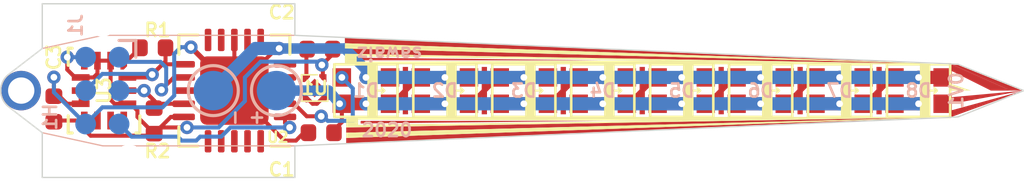
<source format=kicad_pcb>
(kicad_pcb (version 20171130) (host pcbnew "(5.1.5)-3")

  (general
    (thickness 0.1016)
    (drawings 85)
    (tracks 205)
    (zones 0)
    (modules 20)
    (nets 35)
  )

  (page A4)
  (layers
    (0 F.Cu signal)
    (31 B.Cu signal)
    (32 B.Adhes user hide)
    (33 F.Adhes user hide)
    (34 B.Paste user)
    (35 F.Paste user)
    (36 B.SilkS user)
    (37 F.SilkS user)
    (38 B.Mask user)
    (39 F.Mask user)
    (40 Dwgs.User user hide)
    (41 Cmts.User user hide)
    (42 Eco1.User user hide)
    (43 Eco2.User user hide)
    (44 Edge.Cuts user)
    (45 Margin user hide)
    (46 B.CrtYd user hide)
    (47 F.CrtYd user hide)
    (48 B.Fab user hide)
    (49 F.Fab user hide)
  )

  (setup
    (last_trace_width 0.1524)
    (user_trace_width 0.2)
    (user_trace_width 0.25)
    (user_trace_width 0.3)
    (user_trace_width 0.4)
    (user_trace_width 0.5)
    (trace_clearance 0.1524)
    (zone_clearance 0.508)
    (zone_45_only no)
    (trace_min 0.1524)
    (via_size 0.508)
    (via_drill 0.254)
    (via_min_size 0.508)
    (via_min_drill 0.254)
    (uvia_size 0.508)
    (uvia_drill 0.254)
    (uvias_allowed no)
    (uvia_min_size 0)
    (uvia_min_drill 0)
    (edge_width 0.05)
    (segment_width 0.2)
    (pcb_text_width 0.3)
    (pcb_text_size 1.5 1.5)
    (mod_edge_width 0.12)
    (mod_text_size 1 1)
    (mod_text_width 0.15)
    (pad_size 1.524 1.524)
    (pad_drill 0.762)
    (pad_to_mask_clearance 0.051)
    (solder_mask_min_width 0.25)
    (aux_axis_origin 0 0)
    (visible_elements 7EFFFFFF)
    (pcbplotparams
      (layerselection 0x010fc_ffffffff)
      (usegerberextensions false)
      (usegerberattributes false)
      (usegerberadvancedattributes false)
      (creategerberjobfile false)
      (excludeedgelayer true)
      (linewidth 0.100000)
      (plotframeref false)
      (viasonmask false)
      (mode 1)
      (useauxorigin false)
      (hpglpennumber 1)
      (hpglpenspeed 20)
      (hpglpendiameter 15.000000)
      (psnegative false)
      (psa4output false)
      (plotreference true)
      (plotvalue true)
      (plotinvisibletext false)
      (padsonsilk false)
      (subtractmaskfromsilk false)
      (outputformat 1)
      (mirror false)
      (drillshape 0)
      (scaleselection 1)
      (outputdirectory "../docs/gerbers"))
  )

  (net 0 "")
  (net 1 +BATT)
  (net 2 GND)
  (net 3 VCC)
  (net 4 MISO)
  (net 5 SCK)
  (net 6 MOSI)
  (net 7 ~RST)
  (net 8 LED_OUT)
  (net 9 "Net-(U2-Pad3)")
  (net 10 "Net-(U2-Pad4)")
  (net 11 "Net-(U2-Pad6)")
  (net 12 "Net-(U2-Pad7)")
  (net 13 "Net-(U2-Pad9)")
  (net 14 "Net-(U2-Pad10)")
  (net 15 "Net-(U2-Pad13)")
  (net 16 "Net-(U2-Pad16)")
  (net 17 "Net-(U2-Pad17)")
  (net 18 "Net-(U2-Pad18)")
  (net 19 "Net-(U2-Pad19)")
  (net 20 "Net-(U2-Pad20)")
  (net 21 "Net-(U3-Pad4)")
  (net 22 "Net-(U3-Pad9)")
  (net 23 "Net-(U3-Pad10)")
  (net 24 "Net-(U3-Pad11)")
  (net 25 "Net-(U1-Pad5)")
  (net 26 "Net-(D1-Pad1)")
  (net 27 "Net-(D2-Pad1)")
  (net 28 "Net-(D3-Pad1)")
  (net 29 "Net-(D4-Pad1)")
  (net 30 "Net-(D5-Pad1)")
  (net 31 "Net-(D6-Pad1)")
  (net 32 "Net-(D7-Pad1)")
  (net 33 "Net-(D8-Pad1)")
  (net 34 "Net-(U2-Pad5)")

  (net_class Default "This is the default net class."
    (clearance 0.1524)
    (trace_width 0.1524)
    (via_dia 0.508)
    (via_drill 0.254)
    (uvia_dia 0.508)
    (uvia_drill 0.254)
    (diff_pair_width 0.1524)
    (diff_pair_gap 0.1524)
    (add_net +BATT)
    (add_net GND)
    (add_net LED_OUT)
    (add_net MISO)
    (add_net MOSI)
    (add_net "Net-(D1-Pad1)")
    (add_net "Net-(D2-Pad1)")
    (add_net "Net-(D3-Pad1)")
    (add_net "Net-(D4-Pad1)")
    (add_net "Net-(D5-Pad1)")
    (add_net "Net-(D6-Pad1)")
    (add_net "Net-(D7-Pad1)")
    (add_net "Net-(D8-Pad1)")
    (add_net "Net-(U1-Pad5)")
    (add_net "Net-(U2-Pad10)")
    (add_net "Net-(U2-Pad13)")
    (add_net "Net-(U2-Pad16)")
    (add_net "Net-(U2-Pad17)")
    (add_net "Net-(U2-Pad18)")
    (add_net "Net-(U2-Pad19)")
    (add_net "Net-(U2-Pad20)")
    (add_net "Net-(U2-Pad3)")
    (add_net "Net-(U2-Pad4)")
    (add_net "Net-(U2-Pad5)")
    (add_net "Net-(U2-Pad6)")
    (add_net "Net-(U2-Pad7)")
    (add_net "Net-(U2-Pad9)")
    (add_net "Net-(U3-Pad10)")
    (add_net "Net-(U3-Pad11)")
    (add_net "Net-(U3-Pad4)")
    (add_net "Net-(U3-Pad9)")
    (add_net SCK)
    (add_net VCC)
    (add_net ~RST)
  )

  (module Capacitor_SMD:C_0402_1005Metric (layer F.Cu) (tedit 5B301BBE) (tstamp 5E73D2EE)
    (at 3.3 1.6 180)
    (descr "Capacitor SMD 0402 (1005 Metric), square (rectangular) end terminal, IPC_7351 nominal, (Body size source: http://www.tortai-tech.com/upload/download/2011102023233369053.pdf), generated with kicad-footprint-generator")
    (tags capacitor)
    (path /5E7366AE)
    (attr smd)
    (fp_text reference C1 (at 1.5 -1.4 180) (layer F.SilkS)
      (effects (font (size 0.5 0.5) (thickness 0.1)))
    )
    (fp_text value 1u (at 0.05 -1.4 180) (layer F.Fab)
      (effects (font (size 0.5 0.5) (thickness 0.1)))
    )
    (fp_text user %R (at 0 0 180) (layer F.Fab)
      (effects (font (size 0.25 0.25) (thickness 0.05)))
    )
    (fp_line (start 0.93 0.47) (end -0.93 0.47) (layer F.CrtYd) (width 0.05))
    (fp_line (start 0.93 -0.47) (end 0.93 0.47) (layer F.CrtYd) (width 0.05))
    (fp_line (start -0.93 -0.47) (end 0.93 -0.47) (layer F.CrtYd) (width 0.05))
    (fp_line (start -0.93 0.47) (end -0.93 -0.47) (layer F.CrtYd) (width 0.05))
    (fp_line (start 0.5 0.25) (end -0.5 0.25) (layer F.Fab) (width 0.1))
    (fp_line (start 0.5 -0.25) (end 0.5 0.25) (layer F.Fab) (width 0.1))
    (fp_line (start -0.5 -0.25) (end 0.5 -0.25) (layer F.Fab) (width 0.1))
    (fp_line (start -0.5 0.25) (end -0.5 -0.25) (layer F.Fab) (width 0.1))
    (pad 2 smd roundrect (at 0.485 0 180) (size 0.59 0.64) (layers F.Cu F.Paste F.Mask) (roundrect_rratio 0.25)
      (net 2 GND))
    (pad 1 smd roundrect (at -0.485 0 180) (size 0.59 0.64) (layers F.Cu F.Paste F.Mask) (roundrect_rratio 0.25)
      (net 1 +BATT))
    (model ${KISYS3DMOD}/Capacitor_SMD.3dshapes/C_0402_1005Metric.wrl
      (at (xyz 0 0 0))
      (scale (xyz 1 1 1))
      (rotate (xyz 0 0 0))
    )
  )

  (module Capacitor_SMD:C_0402_1005Metric (layer F.Cu) (tedit 5B301BBE) (tstamp 5EACDA80)
    (at -6.858 0.6985 90)
    (descr "Capacitor SMD 0402 (1005 Metric), square (rectangular) end terminal, IPC_7351 nominal, (Body size source: http://www.tortai-tech.com/upload/download/2011102023233369053.pdf), generated with kicad-footprint-generator")
    (tags capacitor)
    (path /5E74F569)
    (attr smd)
    (fp_text reference C3 (at 1.9685 0 270) (layer F.SilkS)
      (effects (font (size 0.5 0.5) (thickness 0.1)))
    )
    (fp_text value 0u1 (at -2.0515 0.358 180) (layer F.Fab)
      (effects (font (size 0.5 0.5) (thickness 0.1)))
    )
    (fp_text user %R (at -0.0015 0.008 90) (layer F.Fab)
      (effects (font (size 0.25 0.25) (thickness 0.05)))
    )
    (fp_line (start 0.93 0.47) (end -0.93 0.47) (layer F.CrtYd) (width 0.05))
    (fp_line (start 0.93 -0.47) (end 0.93 0.47) (layer F.CrtYd) (width 0.05))
    (fp_line (start -0.93 -0.47) (end 0.93 -0.47) (layer F.CrtYd) (width 0.05))
    (fp_line (start -0.93 0.47) (end -0.93 -0.47) (layer F.CrtYd) (width 0.05))
    (fp_line (start 0.5 0.25) (end -0.5 0.25) (layer F.Fab) (width 0.1))
    (fp_line (start 0.5 -0.25) (end 0.5 0.25) (layer F.Fab) (width 0.1))
    (fp_line (start -0.5 -0.25) (end 0.5 -0.25) (layer F.Fab) (width 0.1))
    (fp_line (start -0.5 0.25) (end -0.5 -0.25) (layer F.Fab) (width 0.1))
    (pad 2 smd roundrect (at 0.485 0 90) (size 0.59 0.64) (layers F.Cu F.Paste F.Mask) (roundrect_rratio 0.25)
      (net 2 GND))
    (pad 1 smd roundrect (at -0.485 0 90) (size 0.59 0.64) (layers F.Cu F.Paste F.Mask) (roundrect_rratio 0.25)
      (net 3 VCC))
    (model ${KISYS3DMOD}/Capacitor_SMD.3dshapes/C_0402_1005Metric.wrl
      (at (xyz 0 0 0))
      (scale (xyz 1 1 1))
      (rotate (xyz 0 0 0))
    )
  )

  (module Resistor_SMD:R_0402_1005Metric (layer F.Cu) (tedit 5B301BBD) (tstamp 5EAC7B98)
    (at -3.048 1.15 90)
    (descr "Resistor SMD 0402 (1005 Metric), square (rectangular) end terminal, IPC_7351 nominal, (Body size source: http://www.tortai-tech.com/upload/download/2011102023233369053.pdf), generated with kicad-footprint-generator")
    (tags resistor)
    (path /5E759E60)
    (attr smd)
    (fp_text reference R2 (at -1.15 0.127 180) (layer F.SilkS)
      (effects (font (size 0.5 0.5) (thickness 0.1)))
    )
    (fp_text value 10k (at -1.6 0.048 180) (layer F.Fab)
      (effects (font (size 0.5 0.5) (thickness 0.1)))
    )
    (fp_text user %R (at 0 0.023 90) (layer F.Fab)
      (effects (font (size 0.25 0.25) (thickness 0.05)))
    )
    (fp_line (start 0.93 0.47) (end -0.93 0.47) (layer F.CrtYd) (width 0.05))
    (fp_line (start 0.93 -0.47) (end 0.93 0.47) (layer F.CrtYd) (width 0.05))
    (fp_line (start -0.93 -0.47) (end 0.93 -0.47) (layer F.CrtYd) (width 0.05))
    (fp_line (start -0.93 0.47) (end -0.93 -0.47) (layer F.CrtYd) (width 0.05))
    (fp_line (start 0.5 0.25) (end -0.5 0.25) (layer F.Fab) (width 0.1))
    (fp_line (start 0.5 -0.25) (end 0.5 0.25) (layer F.Fab) (width 0.1))
    (fp_line (start -0.5 -0.25) (end 0.5 -0.25) (layer F.Fab) (width 0.1))
    (fp_line (start -0.5 0.25) (end -0.5 -0.25) (layer F.Fab) (width 0.1))
    (pad 2 smd roundrect (at 0.485 0 90) (size 0.59 0.64) (layers F.Cu F.Paste F.Mask) (roundrect_rratio 0.25)
      (net 5 SCK))
    (pad 1 smd roundrect (at -0.485 0 90) (size 0.59 0.64) (layers F.Cu F.Paste F.Mask) (roundrect_rratio 0.25)
      (net 3 VCC))
    (model ${KISYS3DMOD}/Resistor_SMD.3dshapes/R_0402_1005Metric.wrl
      (at (xyz 0 0 0))
      (scale (xyz 1 1 1))
      (rotate (xyz 0 0 0))
    )
  )

  (module ATtiny85-20MU:QFN-20-1EP_4x4mm_P0.5mm_EP2.6x2.6mm (layer F.Cu) (tedit 5EABF66A) (tstamp 5E741241)
    (at 0 0 180)
    (descr "QFN, 20 Pin (http://ww1.microchip.com/downloads/en/DeviceDoc/doc2535.pdf#page=164), generated with kicad-footprint-generator ipc_dfn_qfn_generator.py")
    (tags "QFN DFN_QFN")
    (path /5E734E97)
    (attr smd)
    (fp_text reference U2 (at -1.65 -1.775) (layer F.SilkS)
      (effects (font (size 0.4 0.4) (thickness 0.09)))
    )
    (fp_text value ATtiny85-20MU (at 0 1.5) (layer F.Fab)
      (effects (font (size 0.3 0.3) (thickness 0.07)))
    )
    (fp_text user %R (at 0 0) (layer F.Fab)
      (effects (font (size 0.5 0.5) (thickness 0.1)))
    )
    (fp_line (start 2.35 -2.35) (end -2.35 -2.35) (layer F.CrtYd) (width 0.05))
    (fp_line (start 2.35 2.35) (end 2.35 -2.35) (layer F.CrtYd) (width 0.05))
    (fp_line (start -2.35 2.35) (end 2.35 2.35) (layer F.CrtYd) (width 0.05))
    (fp_line (start -2.35 -2.35) (end -2.35 2.35) (layer F.CrtYd) (width 0.05))
    (fp_line (start -2 -1) (end -1 -2) (layer F.Fab) (width 0.1))
    (fp_line (start -2 2) (end -2 -1) (layer F.Fab) (width 0.1))
    (fp_line (start 2 2) (end -2 2) (layer F.Fab) (width 0.1))
    (fp_line (start 2 -2) (end 2 2) (layer F.Fab) (width 0.1))
    (fp_line (start -1 -2) (end 2 -2) (layer F.Fab) (width 0.1))
    (fp_line (start -1.385 -2.11) (end -2.11 -2.11) (layer F.SilkS) (width 0.12))
    (fp_line (start 2.11 2.11) (end 2.11 1.385) (layer F.SilkS) (width 0.12))
    (fp_line (start 1.385 2.11) (end 2.11 2.11) (layer F.SilkS) (width 0.12))
    (fp_line (start -2.11 2.11) (end -2.11 1.385) (layer F.SilkS) (width 0.12))
    (fp_line (start -1.385 2.11) (end -2.11 2.11) (layer F.SilkS) (width 0.12))
    (fp_line (start 2.11 -2.11) (end 2.11 -1.385) (layer F.SilkS) (width 0.12))
    (fp_line (start 1.385 -2.11) (end 2.11 -2.11) (layer F.SilkS) (width 0.12))
    (pad 20 smd roundrect (at -1 -1.925 180) (size 0.25 0.85) (layers F.Cu F.Paste F.Mask) (roundrect_rratio 0.25)
      (net 20 "Net-(U2-Pad20)"))
    (pad 19 smd roundrect (at -0.5 -1.925 180) (size 0.25 0.85) (layers F.Cu F.Paste F.Mask) (roundrect_rratio 0.25)
      (net 19 "Net-(U2-Pad19)"))
    (pad 18 smd roundrect (at 0 -1.925 180) (size 0.25 0.85) (layers F.Cu F.Paste F.Mask) (roundrect_rratio 0.25)
      (net 18 "Net-(U2-Pad18)"))
    (pad 17 smd roundrect (at 0.5 -1.925 180) (size 0.25 0.85) (layers F.Cu F.Paste F.Mask) (roundrect_rratio 0.25)
      (net 17 "Net-(U2-Pad17)"))
    (pad 16 smd roundrect (at 1 -1.925 180) (size 0.25 0.85) (layers F.Cu F.Paste F.Mask) (roundrect_rratio 0.25)
      (net 16 "Net-(U2-Pad16)"))
    (pad 15 smd roundrect (at 1.925 -1 180) (size 0.85 0.25) (layers F.Cu F.Paste F.Mask) (roundrect_rratio 0.25)
      (net 3 VCC))
    (pad 14 smd roundrect (at 1.925 -0.5 180) (size 0.85 0.25) (layers F.Cu F.Paste F.Mask) (roundrect_rratio 0.25)
      (net 5 SCK))
    (pad 13 smd roundrect (at 1.925 0 180) (size 0.85 0.25) (layers F.Cu F.Paste F.Mask) (roundrect_rratio 0.25)
      (net 15 "Net-(U2-Pad13)"))
    (pad 12 smd roundrect (at 1.925 0.5 180) (size 0.85 0.25) (layers F.Cu F.Paste F.Mask) (roundrect_rratio 0.25)
      (net 4 MISO))
    (pad 11 smd roundrect (at 1.925 1 180) (size 0.85 0.25) (layers F.Cu F.Paste F.Mask) (roundrect_rratio 0.25)
      (net 6 MOSI))
    (pad 10 smd roundrect (at 1 1.925 180) (size 0.25 0.85) (layers F.Cu F.Paste F.Mask) (roundrect_rratio 0.25)
      (net 14 "Net-(U2-Pad10)"))
    (pad 9 smd roundrect (at 0.5 1.925 180) (size 0.25 0.85) (layers F.Cu F.Paste F.Mask) (roundrect_rratio 0.25)
      (net 13 "Net-(U2-Pad9)"))
    (pad 8 smd roundrect (at 0 1.925 180) (size 0.25 0.85) (layers F.Cu F.Paste F.Mask) (roundrect_rratio 0.25)
      (net 2 GND))
    (pad 7 smd roundrect (at -0.5 1.925 180) (size 0.25 0.85) (layers F.Cu F.Paste F.Mask) (roundrect_rratio 0.25)
      (net 12 "Net-(U2-Pad7)"))
    (pad 6 smd roundrect (at -1 1.925 180) (size 0.25 0.85) (layers F.Cu F.Paste F.Mask) (roundrect_rratio 0.25)
      (net 11 "Net-(U2-Pad6)"))
    (pad 5 smd roundrect (at -1.925 1 180) (size 0.85 0.25) (layers F.Cu F.Paste F.Mask) (roundrect_rratio 0.25)
      (net 34 "Net-(U2-Pad5)"))
    (pad 4 smd roundrect (at -1.925 0.5 180) (size 0.85 0.25) (layers F.Cu F.Paste F.Mask) (roundrect_rratio 0.25)
      (net 10 "Net-(U2-Pad4)"))
    (pad 3 smd roundrect (at -1.925 0 180) (size 0.85 0.25) (layers F.Cu F.Paste F.Mask) (roundrect_rratio 0.25)
      (net 9 "Net-(U2-Pad3)"))
    (pad 2 smd roundrect (at -1.925 -0.5 180) (size 0.85 0.25) (layers F.Cu F.Paste F.Mask) (roundrect_rratio 0.25)
      (net 8 LED_OUT))
    (pad 1 smd roundrect (at -1.925 -1 180) (size 0.85 0.25) (layers F.Cu F.Paste F.Mask) (roundrect_rratio 0.25)
      (net 7 ~RST))
    (pad "" smd roundrect (at 0.65 0.65 180) (size 1.05 1.05) (layers F.Paste) (roundrect_rratio 0.238095))
    (pad "" smd roundrect (at 0.65 -0.65 180) (size 1.05 1.05) (layers F.Paste) (roundrect_rratio 0.238095))
    (pad "" smd roundrect (at -0.65 0.65 180) (size 1.05 1.05) (layers F.Paste) (roundrect_rratio 0.238095))
    (pad "" smd roundrect (at -0.65 -0.65 180) (size 1.05 1.05) (layers F.Paste) (roundrect_rratio 0.238095))
    (pad 21 smd roundrect (at 0 0 180) (size 2.6 2.6) (layers F.Cu F.Mask) (roundrect_rratio 0.096154)
      (net 2 GND))
    (model ${KIPRJMOD}/components/ATtiny85-20MU/qfn20-4x4.stp
      (offset (xyz 0 0 0.05))
      (scale (xyz 1 1 1))
      (rotate (xyz 0 0 -90))
    )
  )

  (module LSM6DSM:LGA-14_3x2.5mm_6-6 (layer F.Cu) (tedit 5EABF775) (tstamp 5E72A099)
    (at -4.953 0 270)
    (descr "LGA, 14 Pin (http://www.st.com/resource/en/datasheet/lsm6ds3.pdf), generated with kicad-footprint-generator ipc_lga_layoutBorder_generator.py")
    (tags "LGA LGA")
    (path /5E737257)
    (attr smd)
    (fp_text reference U3 (at 0 0 90) (layer F.SilkS)
      (effects (font (size 0.5 0.5) (thickness 0.1)))
    )
    (fp_text value LSM6DSM (at 1 0.047) (layer F.Fab)
      (effects (font (size 0.3 0.3) (thickness 0.07)))
    )
    (fp_text user %R (at 0 0 90) (layer F.Fab)
      (effects (font (size 0.5 0.5) (thickness 0.1)))
    )
    (fp_line (start 1.5 -1.25) (end -1.5 -1.25) (layer F.CrtYd) (width 0.05))
    (fp_line (start 1.5 1.25) (end 1.5 -1.25) (layer F.CrtYd) (width 0.05))
    (fp_line (start -1.5 1.25) (end 1.5 1.25) (layer F.CrtYd) (width 0.05))
    (fp_line (start -1.5 -1.25) (end -1.5 1.25) (layer F.CrtYd) (width 0.05))
    (fp_line (start -1.5 -0.5) (end -0.75 -1.25) (layer F.Fab) (width 0.1))
    (fp_line (start -1.5 1.25) (end -1.5 -0.5) (layer F.Fab) (width 0.1))
    (fp_line (start 1.5 1.25) (end -1.5 1.25) (layer F.Fab) (width 0.1))
    (fp_line (start 1.5 -1.25) (end 1.5 1.25) (layer F.Fab) (width 0.1))
    (fp_line (start -0.75 -1.25) (end 1.5 -1.25) (layer F.Fab) (width 0.1))
    (fp_line (start 1.61 1.36) (end 1.61 1.21) (layer F.SilkS) (width 0.12))
    (fp_line (start 0.96 1.36) (end 1.61 1.36) (layer F.SilkS) (width 0.12))
    (fp_line (start -1.61 1.36) (end -1.61 1.21) (layer F.SilkS) (width 0.12))
    (fp_line (start -0.96 1.36) (end -1.61 1.36) (layer F.SilkS) (width 0.12))
    (fp_line (start 1.61 -1.36) (end 1.61 -1.21) (layer F.SilkS) (width 0.12))
    (fp_line (start 0.96 -1.36) (end 1.61 -1.36) (layer F.SilkS) (width 0.12))
    (pad 14 smd rect (at -0.5 -0.8875 90) (size 0.25 0.675) (layers F.Cu F.Paste F.Mask)
      (net 6 MOSI) (zone_connect 0))
    (pad 13 smd rect (at 0 -0.8875 180) (size 0.675 0.25) (layers F.Cu F.Paste F.Mask)
      (net 5 SCK))
    (pad 12 smd rect (at 0.5 -0.8875 90) (size 0.25 0.675) (layers F.Cu F.Paste F.Mask)
      (net 3 VCC) (zone_connect 0))
    (pad 11 smd rect (at 1.1375 -0.75) (size 0.25 0.675) (layers F.Cu F.Paste F.Mask)
      (net 24 "Net-(U3-Pad11)") (zone_connect 0))
    (pad 10 smd rect (at 1.1375 -0.25 270) (size 0.675 0.25) (layers F.Cu F.Paste F.Mask)
      (net 23 "Net-(U3-Pad10)"))
    (pad 9 smd rect (at 1.1375 0.25 270) (size 0.675 0.25) (layers F.Cu F.Paste F.Mask)
      (net 22 "Net-(U3-Pad9)"))
    (pad 8 smd rect (at 1.1375 0.75) (size 0.25 0.675) (layers F.Cu F.Paste F.Mask)
      (net 3 VCC) (zone_connect 0))
    (pad 7 smd rect (at 0.5 0.8875 90) (size 0.25 0.675) (layers F.Cu F.Paste F.Mask)
      (net 2 GND) (zone_connect 0))
    (pad 6 smd rect (at 0 0.8875) (size 0.675 0.25) (layers F.Cu F.Paste F.Mask)
      (net 2 GND))
    (pad 5 smd rect (at -0.5 0.8875 90) (size 0.25 0.675) (layers F.Cu F.Paste F.Mask)
      (net 3 VCC) (zone_connect 0))
    (pad 4 smd rect (at -1.1375 0.75) (size 0.25 0.675) (layers F.Cu F.Paste F.Mask)
      (net 21 "Net-(U3-Pad4)") (zone_connect 0))
    (pad 3 smd rect (at -1.1375 0.25 270) (size 0.675 0.25) (layers F.Cu F.Paste F.Mask)
      (net 3 VCC))
    (pad 2 smd rect (at -1.1375 -0.25 270) (size 0.675 0.25) (layers F.Cu F.Paste F.Mask)
      (net 3 VCC))
    (pad 1 smd custom (at -1.1375 -0.75 270) (size 0.25 0.25) (layers F.Cu F.Paste F.Mask)
      (net 3 VCC) (zone_connect 0)
      (options (clearance outline) (anchor circle))
      (primitives
        (gr_poly (pts
           (xy -0.3375 -0.125) (xy 0.2125 -0.125) (xy 0.3375 0) (xy 0.3375 0.125) (xy -0.3375 0.125)
) (width 0))
      ))
    (model ${KIPRJMOD}/components/LSM6DSM/LGA-14_3x2.5mm_P0.5mm_LayoutBorder3x4y.wrl
      (at (xyz 0 0 0))
      (scale (xyz 1 1 1))
      (rotate (xyz 0 0 0))
    )
  )

  (module TC2030-IDC-NL:Tag-Connect_TC2030-IDC-NL_2x03_P1.27mm_Vertical (layer B.Cu) (tedit 5EABFAAA) (tstamp 5E73820C)
    (at -5.0165 0 270)
    (descr "Tag-Connect programming header; http://www.tag-connect.com/Materials/TC2030-IDC-NL.pdf")
    (tags "tag connect programming header pogo pins")
    (path /5E733F23)
    (attr virtual)
    (fp_text reference J1 (at -2.4765 1.016 270) (layer B.SilkS)
      (effects (font (size 0.5 0.5) (thickness 0.1)) (justify mirror))
    )
    (fp_text value TC2030-IDC-NL (at 0 0.9835 270) (layer B.Fab)
      (effects (font (size 0.5 0.5) (thickness 0.1)) (justify mirror))
    )
    (fp_text user OUT (at 0.3175 0 225) (layer B.CrtYd)
      (effects (font (size 0.25 0.25) (thickness 0.05)) (justify mirror))
    )
    (fp_line (start -1.4605 1.0795) (end 1.8415 1.0795) (layer B.CrtYd) (width 0.05))
    (fp_line (start -1.4605 -1.0795) (end 1.778 -1.0795) (layer B.CrtYd) (width 0.05))
    (fp_line (start -2.54 -0.5715) (end -1.9685 -0.5715) (layer B.CrtYd) (width 0.05))
    (fp_line (start -2.54 0.5715) (end -1.9685 0.5715) (layer B.CrtYd) (width 0.05))
    (fp_line (start -1.9685 -0.5715) (end -1.4605 -1.0795) (layer B.CrtYd) (width 0.05))
    (fp_line (start -1.4605 1.0795) (end -1.9685 0.5715) (layer B.CrtYd) (width 0.05))
    (fp_line (start 2.286 1.524) (end 1.8415 1.0795) (layer B.CrtYd) (width 0.05))
    (fp_arc (start -2.54 0) (end -2.54 0.5715) (angle 180) (layer B.CrtYd) (width 0.05))
    (fp_text user KEEP (at -0.3175 0 225) (layer B.CrtYd)
      (effects (font (size 0.25 0.25) (thickness 0.05)) (justify mirror))
    )
    (fp_line (start 0.635 -0.635) (end 1.27 0) (layer B.CrtYd) (width 0.1))
    (fp_line (start 0 -0.635) (end 1.27 0.635) (layer B.CrtYd) (width 0.1))
    (fp_line (start -0.635 -0.635) (end 0.635 0.635) (layer B.CrtYd) (width 0.1))
    (fp_line (start -1.27 0) (end -0.635 0.635) (layer B.CrtYd) (width 0.1))
    (fp_line (start -1.27 -0.635) (end 0 0.635) (layer B.CrtYd) (width 0.1))
    (fp_line (start -1.27 0.635) (end 1.27 0.635) (layer B.CrtYd) (width 0.1))
    (fp_line (start 1.27 0.635) (end 1.27 -0.635) (layer B.CrtYd) (width 0.1))
    (fp_line (start 1.27 -0.635) (end -1.27 -0.635) (layer B.CrtYd) (width 0.1))
    (fp_line (start -1.27 -0.635) (end -1.27 0.635) (layer B.CrtYd) (width 0.1))
    (fp_text user %R (at 0 0 270) (layer B.Fab)
      (effects (font (size 0.5 0.5) (thickness 0.1)) (justify mirror))
    )
    (fp_line (start 2.286 1.524) (end 3.048 1.524) (layer B.CrtYd) (width 0.05))
    (fp_line (start 3.048 1.524) (end 3.048 -1.524) (layer B.CrtYd) (width 0.05))
    (fp_line (start 3.048 -1.524) (end 2.2225 -1.524) (layer B.CrtYd) (width 0.05))
    (fp_line (start 2.2225 -1.524) (end 1.778 -1.0795) (layer B.CrtYd) (width 0.05))
    (fp_line (start -1.27 -1.27) (end -1.905 -1.27) (layer B.SilkS) (width 0.12))
    (fp_line (start -1.905 -1.27) (end -1.905 -0.635) (layer B.SilkS) (width 0.12))
    (pad 6 connect circle (at 1.27 0.635 270) (size 0.7874 0.7874) (layers B.Cu B.Mask)
      (net 2 GND))
    (pad 5 connect circle (at 1.27 -0.635 270) (size 0.7874 0.7874) (layers B.Cu B.Mask)
      (net 7 ~RST))
    (pad 4 connect circle (at 0 0.635 270) (size 0.7874 0.7874) (layers B.Cu B.Mask)
      (net 6 MOSI))
    (pad 3 connect circle (at 0 -0.635 270) (size 0.7874 0.7874) (layers B.Cu B.Mask)
      (net 5 SCK))
    (pad 2 connect circle (at -1.27 0.635 270) (size 0.7874 0.7874) (layers B.Cu B.Mask)
      (net 3 VCC))
    (pad 1 connect circle (at -1.27 -0.635 270) (size 0.7874 0.7874) (layers B.Cu B.Mask)
      (net 4 MISO))
    (pad "" np_thru_hole circle (at -2.54 0 270) (size 0.9906 0.9906) (drill 0.9906) (layers *.Cu *.Mask))
    (pad "" np_thru_hole circle (at 2.54 -1.016 270) (size 0.9906 0.9906) (drill 0.9906) (layers *.Cu *.Mask))
    (pad "" np_thru_hole circle (at 2.54 1.016 270) (size 0.9906 0.9906) (drill 0.9906) (layers *.Cu *.Mask))
  )

  (module Capacitor_SMD:C_0402_1005Metric (layer F.Cu) (tedit 5B301BBE) (tstamp 5E7274BC)
    (at 3.25 -1.575 180)
    (descr "Capacitor SMD 0402 (1005 Metric), square (rectangular) end terminal, IPC_7351 nominal, (Body size source: http://www.tortai-tech.com/upload/download/2011102023233369053.pdf), generated with kicad-footprint-generator")
    (tags capacitor)
    (path /5E735697)
    (attr smd)
    (fp_text reference C2 (at 1.45 1.4 180) (layer F.SilkS)
      (effects (font (size 0.5 0.5) (thickness 0.1)))
    )
    (fp_text value 2u2 (at 0 1.425 180) (layer F.Fab)
      (effects (font (size 0.5 0.5) (thickness 0.1)))
    )
    (fp_text user %R (at 0 -0.025 180) (layer F.Fab)
      (effects (font (size 0.25 0.25) (thickness 0.05)))
    )
    (fp_line (start 0.93 0.47) (end -0.93 0.47) (layer F.CrtYd) (width 0.05))
    (fp_line (start 0.93 -0.47) (end 0.93 0.47) (layer F.CrtYd) (width 0.05))
    (fp_line (start -0.93 -0.47) (end 0.93 -0.47) (layer F.CrtYd) (width 0.05))
    (fp_line (start -0.93 0.47) (end -0.93 -0.47) (layer F.CrtYd) (width 0.05))
    (fp_line (start 0.5 0.25) (end -0.5 0.25) (layer F.Fab) (width 0.1))
    (fp_line (start 0.5 -0.25) (end 0.5 0.25) (layer F.Fab) (width 0.1))
    (fp_line (start -0.5 -0.25) (end 0.5 -0.25) (layer F.Fab) (width 0.1))
    (fp_line (start -0.5 0.25) (end -0.5 -0.25) (layer F.Fab) (width 0.1))
    (pad 2 smd roundrect (at 0.485 0 180) (size 0.59 0.64) (layers F.Cu F.Paste F.Mask) (roundrect_rratio 0.25)
      (net 2 GND))
    (pad 1 smd roundrect (at -0.485 0 180) (size 0.59 0.64) (layers F.Cu F.Paste F.Mask) (roundrect_rratio 0.25)
      (net 3 VCC))
    (model ${KISYS3DMOD}/Capacitor_SMD.3dshapes/C_0402_1005Metric.wrl
      (at (xyz 0 0 0))
      (scale (xyz 1 1 1))
      (rotate (xyz 0 0 0))
    )
  )

  (module MIC5365:MIC5365 (layer F.Cu) (tedit 5EABF6AC) (tstamp 5E73EBAF)
    (at 3.05 -0.1 180)
    (path /5E79C733)
    (fp_text reference U1 (at 0 0 180) (layer F.SilkS)
      (effects (font (size 0.5 0.5) (thickness 0.1)) (justify mirror))
    )
    (fp_text value MIC5365-3.3YD5 (at 0.05 -7.35 90) (layer F.CrtYd)
      (effects (font (size 0.5 0.5) (thickness 0.1)))
    )
    (fp_poly (pts (xy 0 0.5) (xy -0.5 0.5) (xy -0.5 0)) (layer F.Fab) (width 0.01))
    (fp_line (start -0.5 0.5) (end 0.5 0.5) (layer F.Fab) (width 0.12))
    (fp_line (start -0.5 -0.5) (end -0.5 0.5) (layer F.Fab) (width 0.12))
    (fp_line (start 0.5 -0.5) (end -0.5 -0.5) (layer F.Fab) (width 0.12))
    (fp_line (start 0.5 0.5) (end 0.5 -0.5) (layer F.Fab) (width 0.12))
    (fp_line (start -0.5 0.5) (end 0.5 0.5) (layer F.CrtYd) (width 0.05))
    (fp_line (start -0.5 -0.5) (end -0.5 0.5) (layer F.CrtYd) (width 0.05))
    (fp_line (start 0.5 -0.5) (end -0.5 -0.5) (layer F.CrtYd) (width 0.05))
    (fp_line (start 0.5 0.5) (end 0.5 -0.5) (layer F.CrtYd) (width 0.05))
    (fp_line (start 0.5 0.5) (end -0.1 0.5) (layer F.SilkS) (width 0.06))
    (fp_line (start 0.5 -0.5) (end 0.5 0.5) (layer F.SilkS) (width 0.06))
    (fp_line (start -0.5 -0.5) (end 0.5 -0.5) (layer F.SilkS) (width 0.06))
    (fp_line (start -0.5 0.1) (end -0.5 -0.5) (layer F.SilkS) (width 0.06))
    (fp_text user %R (at 0 0) (layer F.Fab)
      (effects (font (size 0.25 0.25) (thickness 0.05)))
    )
    (pad 5 smd rect (at 0 0 225) (size 0.5 0.5) (layers F.Cu F.Paste F.Mask)
      (net 25 "Net-(U1-Pad5)") (zone_connect 0))
    (pad 4 smd custom (at -0.3125 -0.375) (size 0.08 0.08) (layers F.Cu F.Paste F.Mask)
      (net 1 +BATT) (zone_connect 0)
      (options (clearance outline) (anchor rect))
      (primitives
        (gr_poly (pts
           (xy 0.138 0.15) (xy -0.138 0.15) (xy -0.138 0.045) (xy 0.057 -0.15) (xy 0.138 -0.15)
) (width 0))
      ))
    (pad 3 smd custom (at 0.3125 -0.375) (size 0.08 0.08) (layers F.Cu F.Paste F.Mask)
      (net 1 +BATT) (zone_connect 0)
      (options (clearance outline) (anchor rect))
      (primitives
        (gr_poly (pts
           (xy -0.138 0.15) (xy 0.138 0.15) (xy 0.138 0.045) (xy -0.057 -0.15) (xy -0.138 -0.15)
) (width 0))
      ))
    (pad 2 smd custom (at 0.3125 0.375 180) (size 0.08 0.08) (layers F.Cu F.Paste F.Mask)
      (net 2 GND) (zone_connect 0)
      (options (clearance outline) (anchor rect))
      (primitives
        (gr_poly (pts
           (xy 0.138 0.15) (xy -0.138 0.15) (xy -0.138 0.045) (xy 0.057 -0.15) (xy 0.138 -0.15)
) (width 0))
      ))
    (pad 1 smd custom (at -0.3125 0.375 180) (size 0.08 0.08) (layers F.Cu F.Paste F.Mask)
      (net 3 VCC) (zone_connect 0)
      (options (clearance outline) (anchor rect))
      (primitives
        (gr_poly (pts
           (xy -0.138 0.15) (xy 0.138 0.15) (xy 0.138 0.045) (xy -0.057 -0.15) (xy -0.138 -0.15)
) (width 0))
      ))
    (model ${KIPRJMOD}/components/MIC5365/MLF-4.stp
      (at (xyz 0 0 0))
      (scale (xyz 1 1 1))
      (rotate (xyz -90 0 180))
    )
  )

  (module WS2812B-2020:WS2812B-2020 (layer F.Cu) (tedit 5EABF6E8) (tstamp 5E737831)
    (at 5 0)
    (descr "Addressable 24b color LED")
    (tags "WS2812 Ws2812B 2020 Led NeoPixel Addressable")
    (path /5E7339AF)
    (fp_text reference D1 (at 0 0) (layer B.SilkS)
      (effects (font (size 0.5 0.5) (thickness 0.1)) (justify mirror))
    )
    (fp_text value WS2812B-2020 (at 0 7 90) (layer F.CrtYd) hide
      (effects (font (size 0.5 0.5) (thickness 0.1)))
    )
    (fp_line (start -1 0.6) (end -0.6 0.6) (layer F.Fab) (width 0.12))
    (fp_line (start -0.8 0.4) (end -0.8 0.8) (layer F.Fab) (width 0.12))
    (fp_text user WS2812B (at -0.2 0 90) (layer F.Fab)
      (effects (font (size 0.25 0.25) (thickness 0.05)))
    )
    (fp_line (start -1.2 1) (end 1.2 1) (layer F.CrtYd) (width 0.05))
    (fp_line (start -1.2 -1) (end -1.2 1) (layer F.CrtYd) (width 0.05))
    (fp_line (start 1.2 -1) (end -1.2 -1) (layer F.CrtYd) (width 0.05))
    (fp_line (start 1.2 1) (end 1.2 -1) (layer F.CrtYd) (width 0.05))
    (fp_poly (pts (xy 0.6 -1) (xy 0.6 1) (xy 0.9 1) (xy 0.9 -1)) (layer F.Fab) (width 0.1))
    (fp_line (start -1.2 -1) (end 1.2 -1) (layer F.Fab) (width 0.1))
    (fp_line (start -1.2 1) (end -1.2 -1) (layer F.Fab) (width 0.1))
    (fp_line (start 1.2 1) (end -1.2 1) (layer F.Fab) (width 0.1))
    (fp_line (start 1.2 -1) (end 1.2 1) (layer F.Fab) (width 0.1))
    (fp_text user 2020 (at 0.2 0 90) (layer F.Fab)
      (effects (font (size 0.25 0.25) (thickness 0.05)))
    )
    (fp_line (start 0.7 0) (end 0.6 0.1) (layer F.SilkS) (width 0.08))
    (fp_line (start 0.7 0) (end 0.6 -0.1) (layer F.SilkS) (width 0.08))
    (fp_line (start 0.3 0) (end 0.7 0) (layer F.SilkS) (width 0.08))
    (fp_poly (pts (xy 0.1 -1) (xy 0.1 1) (xy 0.4 1) (xy 0.4 -1)) (layer F.SilkS) (width 0.1))
    (fp_line (start 1.2 1) (end -1.2 1) (layer F.SilkS) (width 0.1))
    (fp_line (start 1.2 -1) (end 1.2 1) (layer F.SilkS) (width 0.1))
    (fp_line (start -1.2 -1) (end 1.2 -1) (layer F.SilkS) (width 0.1))
    (fp_line (start -1.2 1) (end -1.2 -1) (layer F.SilkS) (width 0.1))
    (fp_text user %R (at -0.85 -0.5 90) (layer F.Fab)
      (effects (font (size 0.25 0.25) (thickness 0.05)))
    )
    (pad 4 smd rect (at -0.915 0.5) (size 0.7 0.7) (layers F.Cu F.Paste F.Mask)
      (net 1 +BATT))
    (pad 3 smd rect (at -0.915 -0.5) (size 0.7 0.7) (layers F.Cu F.Paste F.Mask)
      (net 8 LED_OUT))
    (pad 2 smd rect (at 0.915 -0.5) (size 0.7 0.7) (layers F.Cu F.Paste F.Mask)
      (net 2 GND))
    (pad 1 smd rect (at 0.915 0.5) (size 0.7 0.7) (layers F.Cu F.Paste F.Mask)
      (net 26 "Net-(D1-Pad1)"))
    (model ${KIPRJMOD}/components/WS2812B-2020/WS2812B-2020.stp
      (offset (xyz 0 0 0.1))
      (scale (xyz 1 1 1))
      (rotate (xyz -90 0 0))
    )
  )

  (module WS2812B-2020:WS2812B-2020 (layer F.Cu) (tedit 5EABF6E8) (tstamp 5E737841)
    (at 8 0)
    (descr "Addressable 24b color LED")
    (tags "WS2812 Ws2812B 2020 Led NeoPixel Addressable")
    (path /5E73D595)
    (fp_text reference D2 (at 0 0) (layer B.SilkS)
      (effects (font (size 0.5 0.5) (thickness 0.1)) (justify mirror))
    )
    (fp_text value WS2812B-2020 (at 0 7 90) (layer F.CrtYd) hide
      (effects (font (size 0.5 0.5) (thickness 0.1)))
    )
    (fp_line (start -1 0.6) (end -0.6 0.6) (layer F.Fab) (width 0.12))
    (fp_line (start -0.8 0.4) (end -0.8 0.8) (layer F.Fab) (width 0.12))
    (fp_text user WS2812B (at -0.2 0 90) (layer F.Fab)
      (effects (font (size 0.25 0.25) (thickness 0.05)))
    )
    (fp_line (start -1.2 1) (end 1.2 1) (layer F.CrtYd) (width 0.05))
    (fp_line (start -1.2 -1) (end -1.2 1) (layer F.CrtYd) (width 0.05))
    (fp_line (start 1.2 -1) (end -1.2 -1) (layer F.CrtYd) (width 0.05))
    (fp_line (start 1.2 1) (end 1.2 -1) (layer F.CrtYd) (width 0.05))
    (fp_poly (pts (xy 0.6 -1) (xy 0.6 1) (xy 0.9 1) (xy 0.9 -1)) (layer F.Fab) (width 0.1))
    (fp_line (start -1.2 -1) (end 1.2 -1) (layer F.Fab) (width 0.1))
    (fp_line (start -1.2 1) (end -1.2 -1) (layer F.Fab) (width 0.1))
    (fp_line (start 1.2 1) (end -1.2 1) (layer F.Fab) (width 0.1))
    (fp_line (start 1.2 -1) (end 1.2 1) (layer F.Fab) (width 0.1))
    (fp_text user 2020 (at 0.2 0 90) (layer F.Fab)
      (effects (font (size 0.25 0.25) (thickness 0.05)))
    )
    (fp_line (start 0.7 0) (end 0.6 0.1) (layer F.SilkS) (width 0.08))
    (fp_line (start 0.7 0) (end 0.6 -0.1) (layer F.SilkS) (width 0.08))
    (fp_line (start 0.3 0) (end 0.7 0) (layer F.SilkS) (width 0.08))
    (fp_poly (pts (xy 0.1 -1) (xy 0.1 1) (xy 0.4 1) (xy 0.4 -1)) (layer F.SilkS) (width 0.1))
    (fp_line (start 1.2 1) (end -1.2 1) (layer F.SilkS) (width 0.1))
    (fp_line (start 1.2 -1) (end 1.2 1) (layer F.SilkS) (width 0.1))
    (fp_line (start -1.2 -1) (end 1.2 -1) (layer F.SilkS) (width 0.1))
    (fp_line (start -1.2 1) (end -1.2 -1) (layer F.SilkS) (width 0.1))
    (fp_text user %R (at -0.75 -0.5 90) (layer F.Fab)
      (effects (font (size 0.25 0.25) (thickness 0.05)))
    )
    (pad 4 smd rect (at -0.915 0.5) (size 0.7 0.7) (layers F.Cu F.Paste F.Mask)
      (net 1 +BATT))
    (pad 3 smd rect (at -0.915 -0.5) (size 0.7 0.7) (layers F.Cu F.Paste F.Mask)
      (net 26 "Net-(D1-Pad1)"))
    (pad 2 smd rect (at 0.915 -0.5) (size 0.7 0.7) (layers F.Cu F.Paste F.Mask)
      (net 2 GND))
    (pad 1 smd rect (at 0.915 0.5) (size 0.7 0.7) (layers F.Cu F.Paste F.Mask)
      (net 27 "Net-(D2-Pad1)"))
    (model ${KIPRJMOD}/components/WS2812B-2020/WS2812B-2020.stp
      (offset (xyz 0 0 0.1))
      (scale (xyz 1 1 1))
      (rotate (xyz -90 0 0))
    )
  )

  (module WS2812B-2020:WS2812B-2020 (layer F.Cu) (tedit 5EABF6E8) (tstamp 5E737851)
    (at 11 0)
    (descr "Addressable 24b color LED")
    (tags "WS2812 Ws2812B 2020 Led NeoPixel Addressable")
    (path /5E747BF6)
    (fp_text reference D3 (at 0 0) (layer B.SilkS)
      (effects (font (size 0.5 0.5) (thickness 0.1)) (justify mirror))
    )
    (fp_text value WS2812B-2020 (at 0 7 90) (layer F.CrtYd) hide
      (effects (font (size 0.5 0.5) (thickness 0.1)))
    )
    (fp_line (start -1 0.6) (end -0.6 0.6) (layer F.Fab) (width 0.12))
    (fp_line (start -0.8 0.4) (end -0.8 0.8) (layer F.Fab) (width 0.12))
    (fp_text user WS2812B (at -0.2 0 90) (layer F.Fab)
      (effects (font (size 0.25 0.25) (thickness 0.05)))
    )
    (fp_line (start -1.2 1) (end 1.2 1) (layer F.CrtYd) (width 0.05))
    (fp_line (start -1.2 -1) (end -1.2 1) (layer F.CrtYd) (width 0.05))
    (fp_line (start 1.2 -1) (end -1.2 -1) (layer F.CrtYd) (width 0.05))
    (fp_line (start 1.2 1) (end 1.2 -1) (layer F.CrtYd) (width 0.05))
    (fp_poly (pts (xy 0.6 -1) (xy 0.6 1) (xy 0.9 1) (xy 0.9 -1)) (layer F.Fab) (width 0.1))
    (fp_line (start -1.2 -1) (end 1.2 -1) (layer F.Fab) (width 0.1))
    (fp_line (start -1.2 1) (end -1.2 -1) (layer F.Fab) (width 0.1))
    (fp_line (start 1.2 1) (end -1.2 1) (layer F.Fab) (width 0.1))
    (fp_line (start 1.2 -1) (end 1.2 1) (layer F.Fab) (width 0.1))
    (fp_text user 2020 (at 0.2 0 90) (layer F.Fab)
      (effects (font (size 0.25 0.25) (thickness 0.05)))
    )
    (fp_line (start 0.7 0) (end 0.6 0.1) (layer F.SilkS) (width 0.08))
    (fp_line (start 0.7 0) (end 0.6 -0.1) (layer F.SilkS) (width 0.08))
    (fp_line (start 0.3 0) (end 0.7 0) (layer F.SilkS) (width 0.08))
    (fp_poly (pts (xy 0.1 -1) (xy 0.1 1) (xy 0.4 1) (xy 0.4 -1)) (layer F.SilkS) (width 0.1))
    (fp_line (start 1.2 1) (end -1.2 1) (layer F.SilkS) (width 0.1))
    (fp_line (start 1.2 -1) (end 1.2 1) (layer F.SilkS) (width 0.1))
    (fp_line (start -1.2 -1) (end 1.2 -1) (layer F.SilkS) (width 0.1))
    (fp_line (start -1.2 1) (end -1.2 -1) (layer F.SilkS) (width 0.1))
    (fp_text user %R (at -0.75 -0.5 90) (layer F.Fab)
      (effects (font (size 0.25 0.25) (thickness 0.05)))
    )
    (pad 4 smd rect (at -0.915 0.5) (size 0.7 0.7) (layers F.Cu F.Paste F.Mask)
      (net 1 +BATT))
    (pad 3 smd rect (at -0.915 -0.5) (size 0.7 0.7) (layers F.Cu F.Paste F.Mask)
      (net 27 "Net-(D2-Pad1)"))
    (pad 2 smd rect (at 0.915 -0.5) (size 0.7 0.7) (layers F.Cu F.Paste F.Mask)
      (net 2 GND))
    (pad 1 smd rect (at 0.915 0.5) (size 0.7 0.7) (layers F.Cu F.Paste F.Mask)
      (net 28 "Net-(D3-Pad1)"))
    (model ${KIPRJMOD}/components/WS2812B-2020/WS2812B-2020.stp
      (offset (xyz 0 0 0.1))
      (scale (xyz 1 1 1))
      (rotate (xyz -90 0 0))
    )
  )

  (module WS2812B-2020:WS2812B-2020 (layer F.Cu) (tedit 5EABF6E8) (tstamp 5E737861)
    (at 14 0)
    (descr "Addressable 24b color LED")
    (tags "WS2812 Ws2812B 2020 Led NeoPixel Addressable")
    (path /5E74A538)
    (fp_text reference D4 (at 0 0) (layer B.SilkS)
      (effects (font (size 0.5 0.5) (thickness 0.1)) (justify mirror))
    )
    (fp_text value WS2812B-2020 (at 0 7 90) (layer F.CrtYd) hide
      (effects (font (size 0.5 0.5) (thickness 0.1)))
    )
    (fp_line (start -1 0.6) (end -0.6 0.6) (layer F.Fab) (width 0.12))
    (fp_line (start -0.8 0.4) (end -0.8 0.8) (layer F.Fab) (width 0.12))
    (fp_text user WS2812B (at -0.2 0 90) (layer F.Fab)
      (effects (font (size 0.25 0.25) (thickness 0.05)))
    )
    (fp_line (start -1.2 1) (end 1.2 1) (layer F.CrtYd) (width 0.05))
    (fp_line (start -1.2 -1) (end -1.2 1) (layer F.CrtYd) (width 0.05))
    (fp_line (start 1.2 -1) (end -1.2 -1) (layer F.CrtYd) (width 0.05))
    (fp_line (start 1.2 1) (end 1.2 -1) (layer F.CrtYd) (width 0.05))
    (fp_poly (pts (xy 0.6 -1) (xy 0.6 1) (xy 0.9 1) (xy 0.9 -1)) (layer F.Fab) (width 0.1))
    (fp_line (start -1.2 -1) (end 1.2 -1) (layer F.Fab) (width 0.1))
    (fp_line (start -1.2 1) (end -1.2 -1) (layer F.Fab) (width 0.1))
    (fp_line (start 1.2 1) (end -1.2 1) (layer F.Fab) (width 0.1))
    (fp_line (start 1.2 -1) (end 1.2 1) (layer F.Fab) (width 0.1))
    (fp_text user 2020 (at 0.2 0 90) (layer F.Fab)
      (effects (font (size 0.25 0.25) (thickness 0.05)))
    )
    (fp_line (start 0.7 0) (end 0.6 0.1) (layer F.SilkS) (width 0.08))
    (fp_line (start 0.7 0) (end 0.6 -0.1) (layer F.SilkS) (width 0.08))
    (fp_line (start 0.3 0) (end 0.7 0) (layer F.SilkS) (width 0.08))
    (fp_poly (pts (xy 0.1 -1) (xy 0.1 1) (xy 0.4 1) (xy 0.4 -1)) (layer F.SilkS) (width 0.1))
    (fp_line (start 1.2 1) (end -1.2 1) (layer F.SilkS) (width 0.1))
    (fp_line (start 1.2 -1) (end 1.2 1) (layer F.SilkS) (width 0.1))
    (fp_line (start -1.2 -1) (end 1.2 -1) (layer F.SilkS) (width 0.1))
    (fp_line (start -1.2 1) (end -1.2 -1) (layer F.SilkS) (width 0.1))
    (fp_text user %R (at -0.75 -0.5 90) (layer F.Fab)
      (effects (font (size 0.25 0.25) (thickness 0.05)))
    )
    (pad 4 smd rect (at -0.915 0.5) (size 0.7 0.7) (layers F.Cu F.Paste F.Mask)
      (net 1 +BATT))
    (pad 3 smd rect (at -0.915 -0.5) (size 0.7 0.7) (layers F.Cu F.Paste F.Mask)
      (net 28 "Net-(D3-Pad1)"))
    (pad 2 smd rect (at 0.915 -0.5) (size 0.7 0.7) (layers F.Cu F.Paste F.Mask)
      (net 2 GND))
    (pad 1 smd rect (at 0.915 0.5) (size 0.7 0.7) (layers F.Cu F.Paste F.Mask)
      (net 29 "Net-(D4-Pad1)"))
    (model ${KIPRJMOD}/components/WS2812B-2020/WS2812B-2020.stp
      (offset (xyz 0 0 0.1))
      (scale (xyz 1 1 1))
      (rotate (xyz -90 0 0))
    )
  )

  (module WS2812B-2020:WS2812B-2020 (layer F.Cu) (tedit 5EABF6E8) (tstamp 5E737871)
    (at 17 0)
    (descr "Addressable 24b color LED")
    (tags "WS2812 Ws2812B 2020 Led NeoPixel Addressable")
    (path /5E74C7C8)
    (fp_text reference D5 (at 0 0) (layer B.SilkS)
      (effects (font (size 0.5 0.5) (thickness 0.1)) (justify mirror))
    )
    (fp_text value WS2812B-2020 (at 0 7 90) (layer F.CrtYd) hide
      (effects (font (size 0.5 0.5) (thickness 0.1)))
    )
    (fp_line (start -1 0.6) (end -0.6 0.6) (layer F.Fab) (width 0.12))
    (fp_line (start -0.8 0.4) (end -0.8 0.8) (layer F.Fab) (width 0.12))
    (fp_text user WS2812B (at -0.2 0 90) (layer F.Fab)
      (effects (font (size 0.25 0.25) (thickness 0.05)))
    )
    (fp_line (start -1.2 1) (end 1.2 1) (layer F.CrtYd) (width 0.05))
    (fp_line (start -1.2 -1) (end -1.2 1) (layer F.CrtYd) (width 0.05))
    (fp_line (start 1.2 -1) (end -1.2 -1) (layer F.CrtYd) (width 0.05))
    (fp_line (start 1.2 1) (end 1.2 -1) (layer F.CrtYd) (width 0.05))
    (fp_poly (pts (xy 0.6 -1) (xy 0.6 1) (xy 0.9 1) (xy 0.9 -1)) (layer F.Fab) (width 0.1))
    (fp_line (start -1.2 -1) (end 1.2 -1) (layer F.Fab) (width 0.1))
    (fp_line (start -1.2 1) (end -1.2 -1) (layer F.Fab) (width 0.1))
    (fp_line (start 1.2 1) (end -1.2 1) (layer F.Fab) (width 0.1))
    (fp_line (start 1.2 -1) (end 1.2 1) (layer F.Fab) (width 0.1))
    (fp_text user 2020 (at 0.2 0 90) (layer F.Fab)
      (effects (font (size 0.25 0.25) (thickness 0.05)))
    )
    (fp_line (start 0.7 0) (end 0.6 0.1) (layer F.SilkS) (width 0.08))
    (fp_line (start 0.7 0) (end 0.6 -0.1) (layer F.SilkS) (width 0.08))
    (fp_line (start 0.3 0) (end 0.7 0) (layer F.SilkS) (width 0.08))
    (fp_poly (pts (xy 0.1 -1) (xy 0.1 1) (xy 0.4 1) (xy 0.4 -1)) (layer F.SilkS) (width 0.1))
    (fp_line (start 1.2 1) (end -1.2 1) (layer F.SilkS) (width 0.1))
    (fp_line (start 1.2 -1) (end 1.2 1) (layer F.SilkS) (width 0.1))
    (fp_line (start -1.2 -1) (end 1.2 -1) (layer F.SilkS) (width 0.1))
    (fp_line (start -1.2 1) (end -1.2 -1) (layer F.SilkS) (width 0.1))
    (fp_text user %R (at -0.75 -0.5 90) (layer F.Fab)
      (effects (font (size 0.25 0.25) (thickness 0.05)))
    )
    (pad 4 smd rect (at -0.915 0.5) (size 0.7 0.7) (layers F.Cu F.Paste F.Mask)
      (net 1 +BATT))
    (pad 3 smd rect (at -0.915 -0.5) (size 0.7 0.7) (layers F.Cu F.Paste F.Mask)
      (net 29 "Net-(D4-Pad1)"))
    (pad 2 smd rect (at 0.915 -0.5) (size 0.7 0.7) (layers F.Cu F.Paste F.Mask)
      (net 2 GND))
    (pad 1 smd rect (at 0.915 0.5) (size 0.7 0.7) (layers F.Cu F.Paste F.Mask)
      (net 30 "Net-(D5-Pad1)"))
    (model ${KIPRJMOD}/components/WS2812B-2020/WS2812B-2020.stp
      (offset (xyz 0 0 0.1))
      (scale (xyz 1 1 1))
      (rotate (xyz -90 0 0))
    )
  )

  (module WS2812B-2020:WS2812B-2020 (layer F.Cu) (tedit 5EABF6E8) (tstamp 5E737881)
    (at 20 0)
    (descr "Addressable 24b color LED")
    (tags "WS2812 Ws2812B 2020 Led NeoPixel Addressable")
    (path /5E74F071)
    (fp_text reference D6 (at 0 0) (layer B.SilkS)
      (effects (font (size 0.5 0.5) (thickness 0.1)) (justify mirror))
    )
    (fp_text value WS2812B-2020 (at 0 7 90) (layer F.CrtYd) hide
      (effects (font (size 0.5 0.5) (thickness 0.1)))
    )
    (fp_line (start -1 0.6) (end -0.6 0.6) (layer F.Fab) (width 0.12))
    (fp_line (start -0.8 0.4) (end -0.8 0.8) (layer F.Fab) (width 0.12))
    (fp_text user WS2812B (at -0.2 0 90) (layer F.Fab)
      (effects (font (size 0.25 0.25) (thickness 0.05)))
    )
    (fp_line (start -1.2 1) (end 1.2 1) (layer F.CrtYd) (width 0.05))
    (fp_line (start -1.2 -1) (end -1.2 1) (layer F.CrtYd) (width 0.05))
    (fp_line (start 1.2 -1) (end -1.2 -1) (layer F.CrtYd) (width 0.05))
    (fp_line (start 1.2 1) (end 1.2 -1) (layer F.CrtYd) (width 0.05))
    (fp_poly (pts (xy 0.6 -1) (xy 0.6 1) (xy 0.9 1) (xy 0.9 -1)) (layer F.Fab) (width 0.1))
    (fp_line (start -1.2 -1) (end 1.2 -1) (layer F.Fab) (width 0.1))
    (fp_line (start -1.2 1) (end -1.2 -1) (layer F.Fab) (width 0.1))
    (fp_line (start 1.2 1) (end -1.2 1) (layer F.Fab) (width 0.1))
    (fp_line (start 1.2 -1) (end 1.2 1) (layer F.Fab) (width 0.1))
    (fp_text user 2020 (at 0.2 0 90) (layer F.Fab)
      (effects (font (size 0.25 0.25) (thickness 0.05)))
    )
    (fp_line (start 0.7 0) (end 0.6 0.1) (layer F.SilkS) (width 0.08))
    (fp_line (start 0.7 0) (end 0.6 -0.1) (layer F.SilkS) (width 0.08))
    (fp_line (start 0.3 0) (end 0.7 0) (layer F.SilkS) (width 0.08))
    (fp_poly (pts (xy 0.1 -1) (xy 0.1 1) (xy 0.4 1) (xy 0.4 -1)) (layer F.SilkS) (width 0.1))
    (fp_line (start 1.2 1) (end -1.2 1) (layer F.SilkS) (width 0.1))
    (fp_line (start 1.2 -1) (end 1.2 1) (layer F.SilkS) (width 0.1))
    (fp_line (start -1.2 -1) (end 1.2 -1) (layer F.SilkS) (width 0.1))
    (fp_line (start -1.2 1) (end -1.2 -1) (layer F.SilkS) (width 0.1))
    (fp_text user %R (at -0.75 -0.5 90) (layer F.Fab)
      (effects (font (size 0.25 0.25) (thickness 0.05)))
    )
    (pad 4 smd rect (at -0.915 0.5) (size 0.7 0.7) (layers F.Cu F.Paste F.Mask)
      (net 1 +BATT))
    (pad 3 smd rect (at -0.915 -0.5) (size 0.7 0.7) (layers F.Cu F.Paste F.Mask)
      (net 30 "Net-(D5-Pad1)"))
    (pad 2 smd rect (at 0.915 -0.5) (size 0.7 0.7) (layers F.Cu F.Paste F.Mask)
      (net 2 GND))
    (pad 1 smd rect (at 0.915 0.5) (size 0.7 0.7) (layers F.Cu F.Paste F.Mask)
      (net 31 "Net-(D6-Pad1)"))
    (model ${KIPRJMOD}/components/WS2812B-2020/WS2812B-2020.stp
      (offset (xyz 0 0 0.1))
      (scale (xyz 1 1 1))
      (rotate (xyz -90 0 0))
    )
  )

  (module WS2812B-2020:WS2812B-2020 (layer F.Cu) (tedit 5EABF6E8) (tstamp 5E737891)
    (at 23 0)
    (descr "Addressable 24b color LED")
    (tags "WS2812 Ws2812B 2020 Led NeoPixel Addressable")
    (path /5E751C54)
    (fp_text reference D7 (at 0 0) (layer B.SilkS)
      (effects (font (size 0.5 0.5) (thickness 0.1)) (justify mirror))
    )
    (fp_text value WS2812B-2020 (at 0 7 90) (layer F.CrtYd) hide
      (effects (font (size 0.5 0.5) (thickness 0.1)))
    )
    (fp_line (start -1 0.6) (end -0.6 0.6) (layer F.Fab) (width 0.12))
    (fp_line (start -0.8 0.4) (end -0.8 0.8) (layer F.Fab) (width 0.12))
    (fp_text user WS2812B (at -0.2 0 90) (layer F.Fab)
      (effects (font (size 0.25 0.25) (thickness 0.05)))
    )
    (fp_line (start -1.2 1) (end 1.2 1) (layer F.CrtYd) (width 0.05))
    (fp_line (start -1.2 -1) (end -1.2 1) (layer F.CrtYd) (width 0.05))
    (fp_line (start 1.2 -1) (end -1.2 -1) (layer F.CrtYd) (width 0.05))
    (fp_line (start 1.2 1) (end 1.2 -1) (layer F.CrtYd) (width 0.05))
    (fp_poly (pts (xy 0.6 -1) (xy 0.6 1) (xy 0.9 1) (xy 0.9 -1)) (layer F.Fab) (width 0.1))
    (fp_line (start -1.2 -1) (end 1.2 -1) (layer F.Fab) (width 0.1))
    (fp_line (start -1.2 1) (end -1.2 -1) (layer F.Fab) (width 0.1))
    (fp_line (start 1.2 1) (end -1.2 1) (layer F.Fab) (width 0.1))
    (fp_line (start 1.2 -1) (end 1.2 1) (layer F.Fab) (width 0.1))
    (fp_text user 2020 (at 0.2 0 90) (layer F.Fab)
      (effects (font (size 0.25 0.25) (thickness 0.05)))
    )
    (fp_line (start 0.7 0) (end 0.6 0.1) (layer F.SilkS) (width 0.08))
    (fp_line (start 0.7 0) (end 0.6 -0.1) (layer F.SilkS) (width 0.08))
    (fp_line (start 0.3 0) (end 0.7 0) (layer F.SilkS) (width 0.08))
    (fp_poly (pts (xy 0.1 -1) (xy 0.1 1) (xy 0.4 1) (xy 0.4 -1)) (layer F.SilkS) (width 0.1))
    (fp_line (start 1.2 1) (end -1.2 1) (layer F.SilkS) (width 0.1))
    (fp_line (start 1.2 -1) (end 1.2 1) (layer F.SilkS) (width 0.1))
    (fp_line (start -1.2 -1) (end 1.2 -1) (layer F.SilkS) (width 0.1))
    (fp_line (start -1.2 1) (end -1.2 -1) (layer F.SilkS) (width 0.1))
    (fp_text user %R (at -0.75 -0.5 90) (layer F.Fab)
      (effects (font (size 0.25 0.25) (thickness 0.05)))
    )
    (pad 4 smd rect (at -0.915 0.5) (size 0.7 0.7) (layers F.Cu F.Paste F.Mask)
      (net 1 +BATT))
    (pad 3 smd rect (at -0.915 -0.5) (size 0.7 0.7) (layers F.Cu F.Paste F.Mask)
      (net 31 "Net-(D6-Pad1)"))
    (pad 2 smd rect (at 0.915 -0.5) (size 0.7 0.7) (layers F.Cu F.Paste F.Mask)
      (net 2 GND))
    (pad 1 smd rect (at 0.915 0.5) (size 0.7 0.7) (layers F.Cu F.Paste F.Mask)
      (net 32 "Net-(D7-Pad1)"))
    (model ${KIPRJMOD}/components/WS2812B-2020/WS2812B-2020.stp
      (offset (xyz 0 0 0.1))
      (scale (xyz 1 1 1))
      (rotate (xyz -90 0 0))
    )
  )

  (module WS2812B-2020:WS2812B-2020 (layer F.Cu) (tedit 5EABF6E8) (tstamp 5EACD684)
    (at 26 0)
    (descr "Addressable 24b color LED")
    (tags "WS2812 Ws2812B 2020 Led NeoPixel Addressable")
    (path /5E75514E)
    (fp_text reference D8 (at 0 0) (layer B.SilkS)
      (effects (font (size 0.5 0.5) (thickness 0.1)) (justify mirror))
    )
    (fp_text value WS2812B-2020 (at 0 7 90) (layer F.CrtYd) hide
      (effects (font (size 0.5 0.5) (thickness 0.1)))
    )
    (fp_line (start -1 0.6) (end -0.6 0.6) (layer F.Fab) (width 0.12))
    (fp_line (start -0.8 0.4) (end -0.8 0.8) (layer F.Fab) (width 0.12))
    (fp_text user WS2812B (at -0.2 0 90) (layer F.Fab)
      (effects (font (size 0.25 0.25) (thickness 0.05)))
    )
    (fp_line (start -1.2 1) (end 1.2 1) (layer F.CrtYd) (width 0.05))
    (fp_line (start -1.2 -1) (end -1.2 1) (layer F.CrtYd) (width 0.05))
    (fp_line (start 1.2 -1) (end -1.2 -1) (layer F.CrtYd) (width 0.05))
    (fp_line (start 1.2 1) (end 1.2 -1) (layer F.CrtYd) (width 0.05))
    (fp_poly (pts (xy 0.6 -1) (xy 0.6 1) (xy 0.9 1) (xy 0.9 -1)) (layer F.Fab) (width 0.1))
    (fp_line (start -1.2 -1) (end 1.2 -1) (layer F.Fab) (width 0.1))
    (fp_line (start -1.2 1) (end -1.2 -1) (layer F.Fab) (width 0.1))
    (fp_line (start 1.2 1) (end -1.2 1) (layer F.Fab) (width 0.1))
    (fp_line (start 1.2 -1) (end 1.2 1) (layer F.Fab) (width 0.1))
    (fp_text user 2020 (at 0.2 0 90) (layer F.Fab)
      (effects (font (size 0.25 0.25) (thickness 0.05)))
    )
    (fp_line (start 0.7 0) (end 0.6 0.1) (layer F.SilkS) (width 0.08))
    (fp_line (start 0.7 0) (end 0.6 -0.1) (layer F.SilkS) (width 0.08))
    (fp_line (start 0.3 0) (end 0.7 0) (layer F.SilkS) (width 0.08))
    (fp_poly (pts (xy 0.1 -1) (xy 0.1 1) (xy 0.4 1) (xy 0.4 -1)) (layer F.SilkS) (width 0.1))
    (fp_line (start 1.2 1) (end -1.2 1) (layer F.SilkS) (width 0.1))
    (fp_line (start 1.2 -1) (end 1.2 1) (layer F.SilkS) (width 0.1))
    (fp_line (start -1.2 -1) (end 1.2 -1) (layer F.SilkS) (width 0.1))
    (fp_line (start -1.2 1) (end -1.2 -1) (layer F.SilkS) (width 0.1))
    (fp_text user %R (at -0.75 -0.5 90) (layer F.Fab)
      (effects (font (size 0.25 0.25) (thickness 0.05)))
    )
    (pad 4 smd rect (at -0.915 0.5) (size 0.7 0.7) (layers F.Cu F.Paste F.Mask)
      (net 1 +BATT))
    (pad 3 smd rect (at -0.915 -0.5) (size 0.7 0.7) (layers F.Cu F.Paste F.Mask)
      (net 32 "Net-(D7-Pad1)"))
    (pad 2 smd rect (at 0.915 -0.5) (size 0.7 0.7) (layers F.Cu F.Paste F.Mask)
      (net 2 GND))
    (pad 1 smd rect (at 0.915 0.5) (size 0.7 0.7) (layers F.Cu F.Paste F.Mask)
      (net 33 "Net-(D8-Pad1)"))
    (model ${KIPRJMOD}/components/WS2812B-2020/WS2812B-2020.stp
      (offset (xyz 0 0 0.1))
      (scale (xyz 1 1 1))
      (rotate (xyz -90 0 0))
    )
  )

  (module earringHookWire:earringHookWire (layer F.Cu) (tedit 5EABF596) (tstamp 5E73D58C)
    (at -8.1 0 90)
    (path /5E740CBB)
    (fp_text reference H1 (at -1 1.1 90) (layer B.SilkS)
      (effects (font (size 0.5 0.5) (thickness 0.1)) (justify mirror))
    )
    (fp_text value earringHookWire (at -7.5 -0.65 90) (layer F.CrtYd)
      (effects (font (size 0.5 0.5) (thickness 0.1)))
    )
    (fp_circle (center 0 0) (end 0.5 -0.25) (layer F.Fab) (width 0.12))
    (pad 1 thru_hole circle (at 0 0 90) (size 1.5 1.5) (drill 1) (layers *.Cu *.Mask))
    (model ${KIPRJMOD}/components/earringHookWire/earringHookWire.stp
      (offset (xyz 0 1.3 -0.2))
      (scale (xyz 1 1 1))
      (rotate (xyz 0 -90 0))
    )
  )

  (module TestPoint:TestPoint_Pad_D1.5mm (layer B.Cu) (tedit 5A0F774F) (tstamp 5E7402EE)
    (at 1.6 0)
    (descr "SMD pad as test Point, diameter 1.5mm")
    (tags "test point SMD pad")
    (path /5E771203)
    (attr virtual)
    (fp_text reference + (at -0.775 1.025 90) (layer B.SilkS)
      (effects (font (size 0.5 0.5) (thickness 0.1)) (justify mirror))
    )
    (fp_text value + (at 0 -1.75) (layer B.Fab)
      (effects (font (size 1 1) (thickness 0.15)) (justify mirror))
    )
    (fp_circle (center 0 0) (end 0 -0.95) (layer B.SilkS) (width 0.12))
    (fp_circle (center 0 0) (end 1.25 0) (layer B.CrtYd) (width 0.05))
    (fp_text user %R (at 0.9 0) (layer B.Fab)
      (effects (font (size 1 1) (thickness 0.15)) (justify mirror))
    )
    (pad 1 smd circle (at 0 0) (size 1.5 1.5) (layers B.Cu B.Mask)
      (net 1 +BATT))
  )

  (module TestPoint:TestPoint_Pad_D1.5mm (layer B.Cu) (tedit 5A0F774F) (tstamp 5EACAC1E)
    (at -0.8 0)
    (descr "SMD pad as test Point, diameter 1.5mm")
    (tags "test point SMD pad")
    (path /5E772147)
    (attr virtual)
    (fp_text reference - (at 0.8 1.025 90) (layer B.SilkS)
      (effects (font (size 0.5 0.5) (thickness 0.1)) (justify mirror))
    )
    (fp_text value - (at 0 -1.75) (layer B.Fab)
      (effects (font (size 1 1) (thickness 0.15)) (justify mirror))
    )
    (fp_circle (center 0 0) (end 0 -0.95) (layer B.SilkS) (width 0.12))
    (fp_circle (center 0 0) (end 1.25 0) (layer B.CrtYd) (width 0.05))
    (fp_text user %R (at -1.2 0) (layer B.Fab)
      (effects (font (size 1 1) (thickness 0.15)) (justify mirror))
    )
    (pad 1 smd circle (at 0 0) (size 1.5 1.5) (layers B.Cu B.Mask)
      (net 2 GND))
  )

  (module Resistor_SMD:R_0402_1005Metric (layer F.Cu) (tedit 5B301BBD) (tstamp 5E73A6CB)
    (at -3.1012 -1.6256)
    (descr "Resistor SMD 0402 (1005 Metric), square (rectangular) end terminal, IPC_7351 nominal, (Body size source: http://www.tortai-tech.com/upload/download/2011102023233369053.pdf), generated with kicad-footprint-generator")
    (tags resistor)
    (path /5E74CE46)
    (attr smd)
    (fp_text reference R1 (at 0.1802 -0.6744 180) (layer F.SilkS)
      (effects (font (size 0.5 0.5) (thickness 0.1)))
    )
    (fp_text value 10k (at -3.3988 -0.8744) (layer F.Fab)
      (effects (font (size 0.5 0.5) (thickness 0.1)))
    )
    (fp_text user %R (at 0.0012 0.0006) (layer F.Fab)
      (effects (font (size 0.25 0.25) (thickness 0.05)))
    )
    (fp_line (start 0.93 0.47) (end -0.93 0.47) (layer F.CrtYd) (width 0.05))
    (fp_line (start 0.93 -0.47) (end 0.93 0.47) (layer F.CrtYd) (width 0.05))
    (fp_line (start -0.93 -0.47) (end 0.93 -0.47) (layer F.CrtYd) (width 0.05))
    (fp_line (start -0.93 0.47) (end -0.93 -0.47) (layer F.CrtYd) (width 0.05))
    (fp_line (start 0.5 0.25) (end -0.5 0.25) (layer F.Fab) (width 0.1))
    (fp_line (start 0.5 -0.25) (end 0.5 0.25) (layer F.Fab) (width 0.1))
    (fp_line (start -0.5 -0.25) (end 0.5 -0.25) (layer F.Fab) (width 0.1))
    (fp_line (start -0.5 0.25) (end -0.5 -0.25) (layer F.Fab) (width 0.1))
    (pad 2 smd roundrect (at 0.485 0) (size 0.59 0.64) (layers F.Cu F.Paste F.Mask) (roundrect_rratio 0.25)
      (net 6 MOSI))
    (pad 1 smd roundrect (at -0.485 0) (size 0.59 0.64) (layers F.Cu F.Paste F.Mask) (roundrect_rratio 0.25)
      (net 3 VCC))
    (model ${KISYS3DMOD}/Resistor_SMD.3dshapes/R_0402_1005Metric.wrl
      (at (xyz 0 0 0))
      (scale (xyz 1 1 1))
      (rotate (xyz 0 0 0))
    )
  )

  (gr_line (start -6.75 2.25) (end -6.75 1.5) (layer F.Fab) (width 0.15))
  (gr_line (start -3.75 -1.75) (end -4.25 -1.75) (layer F.Fab) (width 0.15))
  (gr_line (start -3.75 -1.75) (end -4 -1.5) (layer F.Fab) (width 0.15))
  (gr_line (start -4 -2) (end -3.75 -1.75) (layer F.Fab) (width 0.15) (tstamp 5EAC7E29))
  (gr_line (start -3.75 -1.75) (end -4 -2) (layer F.Fab) (width 0.15))
  (gr_line (start -4.25 -1.75) (end -5 -2.5) (layer F.Fab) (width 0.15))
  (gr_line (start -5 -2.5) (end -5.5 -2.5) (layer F.Fab) (width 0.15))
  (gr_line (start 2.95 0.85) (end 2.75 0.65) (layer F.Fab) (width 0.15) (tstamp 5EAC8498))
  (gr_line (start 2.55 0.85) (end 2.75 0.65) (layer F.Fab) (width 0.15) (tstamp 5EAC83F4))
  (gr_line (start 2.75 1) (end 2.75 0.65) (layer F.Fab) (width 0.15))
  (gr_line (start 2 1.75) (end 2.75 1) (layer F.Fab) (width 0.15))
  (gr_line (start 2 2.5) (end 2 1.75) (layer F.Fab) (width 0.15))
  (gr_line (start 1.75 2.75) (end 2 2.5) (layer F.Fab) (width 0.15))
  (gr_line (start 1.5 2.75) (end 1.75 2.75) (layer F.Fab) (width 0.15))
  (gr_text MIC5365 (at -0.25 2.75) (layer F.Fab)
    (effects (font (size 0.5 0.5) (thickness 0.1)))
  )
  (gr_line (start -6.75 1.5) (end -7 1.75) (layer F.Fab) (width 0.15))
  (gr_line (start -6.75 1.5) (end -6.5 1.75) (layer F.Fab) (width 0.15))
  (gr_line (start -3.25 2.25) (end -3 2) (layer F.Fab) (width 0.15) (tstamp 5EAC7CF0))
  (gr_line (start -2.75 2.25) (end -3 2) (layer F.Fab) (width 0.15) (tstamp 5EAC7CEF))
  (gr_line (start -3 2) (end -2.75 2.25) (layer F.Fab) (width 0.15))
  (gr_line (start 3.25 2.25) (end 3 2.5) (layer F.Fab) (width 0.15))
  (gr_line (start 3.25 2.25) (end 3.5 2.5) (layer F.Fab) (width 0.15))
  (gr_line (start 3.25 -2.25) (end 3.5 -2.5) (layer F.Fab) (width 0.15))
  (gr_line (start 3.25 -2.25) (end 3 -2.5) (layer F.Fab) (width 0.15))
  (gr_line (start -7.3 3.3) (end -7.3 1.6) (layer Edge.Cuts) (width 0.05) (tstamp 5E73DCE2))
  (gr_line (start 2.3 3.3) (end -7.3 3.3) (layer Edge.Cuts) (width 0.05))
  (gr_line (start 2.3 2.1) (end 2.3 3.3) (layer Edge.Cuts) (width 0.05))
  (gr_line (start 2.3 -3.3) (end 2.3 -2.1) (layer Edge.Cuts) (width 0.05) (tstamp 5E73DCCA))
  (gr_line (start -7.3 -3.3) (end 2.3 -3.3) (layer Edge.Cuts) (width 0.05))
  (gr_line (start -7.3 -1.6) (end -7.3 -3.3) (layer Edge.Cuts) (width 0.05))
  (gr_arc (start -8.1 0) (end -8.599999 -0.599999) (angle -100.3888578) (layer Edge.Cuts) (width 0.05))
  (gr_line (start -8.6 -0.6) (end -7.3 -1.6) (layer Edge.Cuts) (width 0.05))
  (gr_line (start -7.3 1.6) (end -8.6 0.6) (layer Edge.Cuts) (width 0.05))
  (gr_poly (pts (xy 24.4 -0.9) (xy 24.6 -0.9) (xy 24.6 0.9) (xy 24.4 0.9)) (layer F.Cu) (width 0) (tstamp 5E73DD05))
  (gr_poly (pts (xy 21.4 -0.9) (xy 21.6 -0.9) (xy 21.6 0.9) (xy 21.4 0.9)) (layer F.Cu) (width 0) (tstamp 5E73DD03))
  (gr_poly (pts (xy 18.4 -0.9) (xy 18.6 -0.9) (xy 18.6 0.9) (xy 18.4 0.9)) (layer F.Cu) (width 0) (tstamp 5E73DD01))
  (gr_poly (pts (xy 15.4 -0.9) (xy 15.6 -0.9) (xy 15.6 0.9) (xy 15.4 0.9)) (layer F.Cu) (width 0) (tstamp 5E73DCFF))
  (gr_poly (pts (xy 12.4 -0.9) (xy 12.6 -0.9) (xy 12.6 0.9) (xy 12.4 0.9)) (layer F.Cu) (width 0) (tstamp 5E73DCFD))
  (gr_poly (pts (xy 9.4 -0.9) (xy 9.6 -0.9) (xy 9.6 0.9) (xy 9.4 0.9)) (layer F.Cu) (width 0) (tstamp 5E73DCFB))
  (gr_poly (pts (xy 24.4 -0.9) (xy 24.6 -0.9) (xy 24.6 0.9) (xy 24.4 0.9)) (layer F.Mask) (width 0) (tstamp 5E73DCF8))
  (gr_poly (pts (xy 21.4 -0.9) (xy 21.6 -0.9) (xy 21.6 0.9) (xy 21.4 0.9)) (layer F.Mask) (width 0) (tstamp 5E73DCF6))
  (gr_poly (pts (xy 18.4 -0.9) (xy 18.6 -0.9) (xy 18.6 0.9) (xy 18.4 0.9)) (layer F.Mask) (width 0) (tstamp 5E73DCF4))
  (gr_poly (pts (xy 15.4 -0.9) (xy 15.6 -0.9) (xy 15.6 0.9) (xy 15.4 0.9)) (layer F.Mask) (width 0) (tstamp 5E73DCF2))
  (gr_poly (pts (xy 12.4 -0.9) (xy 12.6 -0.9) (xy 12.6 0.9) (xy 12.4 0.9)) (layer F.Mask) (width 0) (tstamp 5E73DCF0))
  (gr_poly (pts (xy 9.4 -0.9) (xy 9.6 -0.9) (xy 9.6 0.9) (xy 9.4 0.9)) (layer F.Mask) (width 0) (tstamp 5E73DCEE))
  (gr_poly (pts (xy 6.4 -0.9) (xy 6.6 -0.9) (xy 6.6 0.9) (xy 6.4 0.9)) (layer F.Mask) (width 0) (tstamp 5E73D283))
  (gr_poly (pts (xy 6.4 -0.9) (xy 6.6 -0.9) (xy 6.6 0.9) (xy 6.4 0.9)) (layer F.Cu) (width 0))
  (gr_poly (pts (xy 4.2 -1.2) (xy 4.2 -1) (xy 27.45 -1) (xy 15.8 -1.15) (xy 4.65 -1.1) (xy 4.65 -1.2)) (layer F.SilkS) (width 0) (tstamp 5E73C4EE))
  (gr_poly (pts (xy 4.2 -1.4) (xy 4.2 -1.2) (xy 4.65 -1.2) (xy 4.65 -1.3) (xy 15.8 -1.15) (xy 27.45 -1)) (layer F.SilkS) (width 0) (tstamp 5E73C4ED))
  (gr_poly (pts (xy 4.75 -1.25) (xy 4.75 -1.15) (xy 14 -1.15)) (layer F.Cu) (width 0) (tstamp 5E73C4EC))
  (gr_poly (pts (xy 27.45 -1) (xy 4.2 -1.8) (xy 4.2 -1.6)) (layer F.SilkS) (width 0) (tstamp 5E73C4EB))
  (gr_poly (pts (xy 4.2 -1.6) (xy 4.2 -1.4) (xy 27.45 -1)) (layer F.Cu) (width 0) (tstamp 5E73C4EA))
  (gr_poly (pts (xy 4.75 -1.25) (xy 4.75 -1.15) (xy 15.35 -1.15)) (layer F.Mask) (width 0) (tstamp 5E73C4E9))
  (gr_poly (pts (xy 4.2 -2) (xy 27.45 -1) (xy 4.2 -1.8)) (layer F.Cu) (width 0) (tstamp 5E73C4E8))
  (gr_poly (pts (xy 4.2 -2) (xy 27.45 -1) (xy 4.2 -1.8)) (layer F.Mask) (width 0) (tstamp 5E73C4E7))
  (gr_poly (pts (xy 4.2 -1.6) (xy 4.2 -1.4) (xy 27.45 -1)) (layer F.Mask) (width 0) (tstamp 5E73C4E6))
  (gr_line (start -7.3 -1.6) (end -5 -2.1) (layer B.SilkS) (width 0.05))
  (gr_line (start -5 2.1) (end -7.3 1.6) (layer B.SilkS) (width 0.05))
  (gr_poly (pts (xy 4.25 1.2) (xy 4.25 1) (xy 27.5 1) (xy 15.85 1.15) (xy 4.7 1.1) (xy 4.7 1.2)) (layer F.SilkS) (width 0))
  (gr_poly (pts (xy 4.25 1.4) (xy 4.25 1.2) (xy 4.7 1.2) (xy 4.7 1.3) (xy 15.85 1.15) (xy 27.5 1)) (layer F.SilkS) (width 0))
  (gr_poly (pts (xy 4.8 1.25) (xy 4.8 1.15) (xy 14.05 1.15)) (layer F.Cu) (width 0) (tstamp 5E73B622))
  (gr_poly (pts (xy 4.8 1.25) (xy 4.8 1.15) (xy 15.4 1.15)) (layer F.Mask) (width 0))
  (gr_poly (pts (xy 4.25 1.6) (xy 4.25 1.4) (xy 27.5 1)) (layer F.Mask) (width 0) (tstamp 5E73B58E))
  (gr_poly (pts (xy 4.25 1.6) (xy 4.25 1.4) (xy 27.5 1)) (layer F.Cu) (width 0))
  (gr_poly (pts (xy 4.25 2) (xy 27.5 1) (xy 4.25 1.8)) (layer F.Mask) (width 0) (tstamp 5E73B586))
  (gr_poly (pts (xy 27.5 1) (xy 4.25 1.8) (xy 4.25 1.6)) (layer F.SilkS) (width 0))
  (gr_poly (pts (xy 4.25 2) (xy 27.5 1) (xy 4.25 1.8)) (layer F.Cu) (width 0))
  (gr_poly (pts (xy 27.25 1) (xy 27.25 0.75) (xy 30 0)) (layer F.Mask) (width 0) (tstamp 5E73B28C))
  (gr_poly (pts (xy 27.25 0.25) (xy 30 0) (xy 27.25 0.5)) (layer F.Mask) (width 0) (tstamp 5E73B289))
  (gr_poly (pts (xy 27.25 1) (xy 27.25 0.75) (xy 30 0)) (layer F.Cu) (width 0))
  (gr_poly (pts (xy 27.25 0.25) (xy 30 0) (xy 27.25 0.5)) (layer F.Cu) (width 0))
  (gr_poly (pts (xy 28 0) (xy 27.25 -0.25) (xy 27.25 0)) (layer F.SilkS) (width 0))
  (gr_poly (pts (xy 28.75 0) (xy 27.25 -0.75) (xy 27.25 -0.25) (xy 28 0)) (layer F.Mask) (width 0))
  (gr_poly (pts (xy 30 0) (xy 27.5 -1) (xy 27.25 -1) (xy 29.5 0)) (layer F.Mask) (width 0) (tstamp 5E73B09E))
  (gr_poly (pts (xy 29.5 0) (xy 28.75 0) (xy 27.25 -0.75) (xy 27.25 -1)) (layer F.Cu) (width 0))
  (gr_poly (pts (xy 30 0) (xy 27.5 -1) (xy 27.25 -1) (xy 29.5 0)) (layer F.Cu) (width 0))
  (gr_line (start 30 0) (end 27.5 -1) (layer Edge.Cuts) (width 0.05) (tstamp 5E73B095))
  (gr_line (start 27.5 1) (end 30 0) (layer Edge.Cuts) (width 0.05))
  (gr_line (start 2.3 2.1) (end 27.5 1) (layer Edge.Cuts) (width 0.05) (tstamp 5E739DDA))
  (gr_line (start 2.3 -2.1) (end 27.5 -1) (layer Edge.Cuts) (width 0.05) (tstamp 5E7398D8))
  (gr_line (start -5 -2.1) (end 2.3 -2.1) (layer B.SilkS) (width 0.05))
  (gr_line (start 2.3 2.1) (end -5 2.1) (layer B.SilkS) (width 0.05))
  (gr_text 2020 (at 5.8 1.5) (layer B.SilkS) (tstamp 5E7398A0)
    (effects (font (size 0.5 0.5) (thickness 0.1)))
  )
  (gr_text 0V1 (at 27.432 0 90) (layer B.SilkS) (tstamp 5E733041)
    (effects (font (size 0.5 0.5) (thickness 0.1)) (justify mirror))
  )
  (gr_text sawaiz (at 5.9 -1.4 180) (layer B.SilkS)
    (effects (font (size 0.5 0.5) (thickness 0.1)))
  )

  (via (at 5 0.5) (size 0.508) (drill 0.254) (layers F.Cu B.Cu) (net 1))
  (segment (start 5 0.5) (end 8 0.5) (width 0.5) (layer B.Cu) (net 1))
  (via (at 8 0.5) (size 0.508) (drill 0.254) (layers F.Cu B.Cu) (net 1))
  (segment (start 8 0.5) (end 11 0.5) (width 0.5) (layer B.Cu) (net 1))
  (via (at 11 0.5) (size 0.508) (drill 0.254) (layers F.Cu B.Cu) (net 1))
  (via (at 14 0.5) (size 0.508) (drill 0.254) (layers F.Cu B.Cu) (net 1))
  (segment (start 11 0.5) (end 14 0.5) (width 0.5) (layer B.Cu) (net 1))
  (segment (start 14 0.5) (end 17 0.5) (width 0.5) (layer B.Cu) (net 1))
  (via (at 17 0.5) (size 0.508) (drill 0.254) (layers F.Cu B.Cu) (net 1))
  (via (at 20 0.5) (size 0.508) (drill 0.254) (layers F.Cu B.Cu) (net 1))
  (segment (start 17 0.5) (end 20 0.5) (width 0.5) (layer B.Cu) (net 1))
  (via (at 23 0.5) (size 0.508) (drill 0.254) (layers F.Cu B.Cu) (net 1))
  (segment (start 20 0.5) (end 23 0.5) (width 0.5) (layer B.Cu) (net 1))
  (segment (start 23 0.5) (end 22.085 0.5) (width 0.5) (layer F.Cu) (net 1))
  (via (at 26 0.5) (size 0.508) (drill 0.254) (layers F.Cu B.Cu) (net 1))
  (segment (start 23 0.5) (end 26 0.5) (width 0.5) (layer B.Cu) (net 1))
  (segment (start 26 0.5) (end 25.085 0.5) (width 0.5) (layer F.Cu) (net 1))
  (segment (start 20 0.5) (end 19.085 0.5) (width 0.5) (layer F.Cu) (net 1))
  (segment (start 17 0.5) (end 16.085 0.5) (width 0.5) (layer F.Cu) (net 1))
  (segment (start 10.085 0.5) (end 11 0.5) (width 0.5) (layer F.Cu) (net 1))
  (segment (start 14 0.5) (end 13.085 0.5) (width 0.5) (layer F.Cu) (net 1))
  (segment (start 8 0.5) (end 7.085 0.5) (width 0.5) (layer F.Cu) (net 1))
  (segment (start 5 0.5) (end 4.085 0.5) (width 0.5) (layer F.Cu) (net 1))
  (segment (start 4.085 1.2) (end 3.785 1.5) (width 0.1524) (layer F.Cu) (net 1))
  (segment (start 4.085 0.5) (end 4.085 1.2) (width 0.1524) (layer F.Cu) (net 1))
  (segment (start 2.7375 0.375) (end 2.748142 0.375) (width 0.1524) (layer F.Cu) (net 1))
  (segment (start 2.7375 0.275) (end 2.748142 0.275) (width 0.1524) (layer F.Cu) (net 1))
  (segment (start 2.748142 0.275) (end 2.742821 0.269679) (width 0.1524) (layer F.Cu) (net 1))
  (segment (start 2.973142 0.5) (end 2.748142 0.275) (width 0.1524) (layer F.Cu) (net 1))
  (segment (start 3.3625 0.275) (end 3.1375 0.5) (width 0.1524) (layer F.Cu) (net 1))
  (segment (start 3.1375 0.5) (end 2.973142 0.5) (width 0.1524) (layer F.Cu) (net 1))
  (segment (start 3.86 0.275) (end 4.085 0.5) (width 0.1524) (layer F.Cu) (net 1))
  (segment (start 3.3625 0.275) (end 3.86 0.275) (width 0.1524) (layer F.Cu) (net 1))
  (via (at 4 0.5) (size 0.508) (drill 0.254) (layers F.Cu B.Cu) (net 1))
  (segment (start 3.585 0) (end 1.6 0) (width 0.4) (layer B.Cu) (net 1))
  (segment (start 4 0.5) (end 3.585 0) (width 0.4) (layer B.Cu) (net 1))
  (segment (start -5.8405 0) (end -5.8405 0.5) (width 0.1524) (layer F.Cu) (net 2) (tstamp 5E729FFB))
  (via (at -6.858 -0.508) (size 0.508) (drill 0.254) (layers F.Cu B.Cu) (net 2))
  (segment (start -6.858 0.2135) (end -6.858 -0.508) (width 0.1524) (layer F.Cu) (net 2))
  (segment (start -6.858 0.0635) (end -5.6515 1.27) (width 0.1524) (layer B.Cu) (net 2))
  (segment (start -6.858 -0.508) (end -6.858 0.0635) (width 0.1524) (layer B.Cu) (net 2))
  (segment (start -6.6445 0.2135) (end -6.858 0.2135) (width 0.1524) (layer F.Cu) (net 2))
  (segment (start -5.8405 0.5) (end -6.358 0.5) (width 0.1524) (layer F.Cu) (net 2))
  (segment (start -6.358 0.5) (end -6.6445 0.2135) (width 0.1524) (layer F.Cu) (net 2))
  (via (at 5 -0.5) (size 0.508) (drill 0.254) (layers F.Cu B.Cu) (net 2))
  (segment (start 5.915 -0.5) (end 5 -0.5) (width 0.5) (layer F.Cu) (net 2))
  (via (at 8 -0.5) (size 0.508) (drill 0.254) (layers F.Cu B.Cu) (net 2))
  (segment (start 5 -0.5) (end 8 -0.5) (width 0.5) (layer B.Cu) (net 2))
  (segment (start 8 -0.5) (end 8.915 -0.5) (width 0.5) (layer F.Cu) (net 2))
  (via (at 11 -0.5) (size 0.508) (drill 0.254) (layers F.Cu B.Cu) (net 2))
  (segment (start 8 -0.5) (end 11 -0.5) (width 0.5) (layer B.Cu) (net 2))
  (segment (start 11 -0.5) (end 11.915 -0.5) (width 0.5) (layer F.Cu) (net 2))
  (via (at 14 -0.5) (size 0.508) (drill 0.254) (layers F.Cu B.Cu) (net 2))
  (segment (start 11 -0.5) (end 14 -0.5) (width 0.5) (layer B.Cu) (net 2))
  (segment (start 14 -0.5) (end 14.915 -0.5) (width 0.5) (layer F.Cu) (net 2))
  (via (at 17 -0.5) (size 0.508) (drill 0.254) (layers F.Cu B.Cu) (net 2))
  (segment (start 14 -0.5) (end 17 -0.5) (width 0.5) (layer B.Cu) (net 2))
  (segment (start 17 -0.5) (end 17.915 -0.5) (width 0.5) (layer F.Cu) (net 2))
  (segment (start 17 -0.5) (end 20 -0.5) (width 0.5) (layer B.Cu) (net 2))
  (via (at 20 -0.5) (size 0.508) (drill 0.254) (layers F.Cu B.Cu) (net 2))
  (segment (start 20 -0.5) (end 23 -0.5) (width 0.5) (layer B.Cu) (net 2))
  (via (at 23 -0.5) (size 0.508) (drill 0.254) (layers F.Cu B.Cu) (net 2))
  (via (at 26 -0.5) (size 0.508) (drill 0.254) (layers F.Cu B.Cu) (net 2))
  (segment (start 23 -0.5) (end 26 -0.5) (width 0.5) (layer B.Cu) (net 2))
  (segment (start 26 -0.5) (end 26.915 -0.5) (width 0.5) (layer F.Cu) (net 2))
  (segment (start 23 -0.5) (end 23.915 -0.5) (width 0.5) (layer F.Cu) (net 2))
  (segment (start 20.915 -0.5) (end 20 -0.5) (width 0.5) (layer F.Cu) (net 2))
  (via (at -1.651 -1.651) (size 0.508) (drill 0.254) (layers F.Cu B.Cu) (net 2))
  (segment (start 0 0) (end -1.651 -1.651) (width 0.2) (layer F.Cu) (net 2))
  (segment (start -5.0165 0.635) (end -5.6515 1.27) (width 0.1524) (layer B.Cu) (net 2))
  (segment (start -2.7305 0.635) (end -5.0165 0.635) (width 0.1524) (layer B.Cu) (net 2))
  (segment (start -2.286 0.1905) (end -2.7305 0.635) (width 0.1524) (layer B.Cu) (net 2))
  (segment (start -2.286 -1.397) (end -2.286 0.1905) (width 0.1524) (layer B.Cu) (net 2))
  (segment (start -1.651 -1.651) (end -2.032 -1.651) (width 0.1524) (layer B.Cu) (net 2))
  (segment (start -2.032 -1.651) (end -2.286 -1.397) (width 0.1524) (layer B.Cu) (net 2))
  (segment (start 0 -1.925) (end 0 0) (width 0.1524) (layer F.Cu) (net 2))
  (segment (start 1.9 1.9) (end 0 0) (width 0.1524) (layer F.Cu) (net 2))
  (segment (start 2.339184 1.9) (end 1.9 1.9) (width 0.1524) (layer F.Cu) (net 2))
  (segment (start 2.815 1.5) (end 2.739184 1.5) (width 0.1524) (layer F.Cu) (net 2))
  (segment (start 2.739184 1.5) (end 2.339184 1.9) (width 0.1524) (layer F.Cu) (net 2))
  (segment (start 0 0) (end 1.6 -1.6) (width 0.1524) (layer F.Cu) (net 2))
  (segment (start 1.6 -1.6) (end 2.1 -1.6) (width 0.1524) (layer F.Cu) (net 2))
  (via (at 1.7 -1.6) (size 0.508) (drill 0.254) (layers F.Cu B.Cu) (net 2))
  (segment (start 1.7 -1.6) (end 2.1 -1.6) (width 0.1524) (layer F.Cu) (net 2))
  (segment (start 2.665 -1.4) (end 2.765 -1.5) (width 0.1524) (layer F.Cu) (net 2))
  (segment (start 2.1 -1.6) (end 2.665 -1.6) (width 0.1524) (layer F.Cu) (net 2))
  (segment (start 2.665 -1.6) (end 2.665 -1.4) (width 0.1524) (layer F.Cu) (net 2))
  (segment (start 2.7375 -1.5475) (end 2.765 -1.575) (width 0.1524) (layer F.Cu) (net 2))
  (segment (start 2.7375 -0.475) (end 2.7375 -1.5475) (width 0.1524) (layer F.Cu) (net 2))
  (segment (start 5 -0.5) (end 5 -0.8) (width 0.4) (layer B.Cu) (net 2))
  (segment (start 4.2 -1.6) (end 1.7 -1.6) (width 0.4) (layer B.Cu) (net 2))
  (segment (start 5 -0.8) (end 4.2 -1.6) (width 0.4) (layer B.Cu) (net 2))
  (segment (start 1.7 -1.6) (end 0.8 -1.6) (width 0.5) (layer B.Cu) (net 2))
  (segment (start 0.8 -1.6) (end -0.8 0) (width 0.5) (layer B.Cu) (net 2))
  (segment (start -4.703 -0.6476) (end -4.703 -1.1375) (width 0.1524) (layer F.Cu) (net 3) (tstamp 5E72A013))
  (segment (start -4.703 0.3524) (end -4.703 -0.6476) (width 0.1524) (layer F.Cu) (net 3) (tstamp 5E72A016))
  (segment (start -4.5554 0.5) (end -4.703 0.3524) (width 0.1524) (layer F.Cu) (net 3) (tstamp 5E72A00D))
  (segment (start -4.0655 0.5) (end -4.5554 0.5) (width 0.1524) (layer F.Cu) (net 3) (tstamp 5E72A022))
  (segment (start -5.3506 -0.5) (end -5.8405 -0.5) (width 0.1524) (layer F.Cu) (net 3) (tstamp 5E72A007))
  (segment (start -5.203 -0.6476) (end -5.3506 -0.5) (width 0.1524) (layer F.Cu) (net 3) (tstamp 5E72A004))
  (segment (start -5.203 -1.1375) (end -5.203 -0.6476) (width 0.1524) (layer F.Cu) (net 3) (tstamp 5E72A001))
  (segment (start -4.703 -1.1375) (end -4.203 -1.1375) (width 0.1524) (layer F.Cu) (net 3))
  (segment (start -5.203 -1.1375) (end -4.703 -1.1375) (width 0.1524) (layer F.Cu) (net 3))
  (segment (start -6.812 1.1375) (end -6.858 1.1835) (width 0.1524) (layer F.Cu) (net 3))
  (segment (start -5.703 1.1375) (end -6.812 1.1375) (width 0.1524) (layer F.Cu) (net 3))
  (via (at -6.35 -1.27) (size 0.508) (drill 0.254) (layers F.Cu B.Cu) (net 3))
  (segment (start -6.053 -0.5) (end -6.35 -0.797) (width 0.1524) (layer F.Cu) (net 3))
  (segment (start -5.8405 -0.5) (end -6.053 -0.5) (width 0.1524) (layer F.Cu) (net 3))
  (segment (start -6.35 -0.797) (end -6.35 -1.27) (width 0.1524) (layer F.Cu) (net 3))
  (segment (start -6.35 -1.27) (end -5.6515 -1.27) (width 0.1524) (layer B.Cu) (net 3))
  (segment (start -4.0743 -1.1375) (end -3.5862 -1.6256) (width 0.1524) (layer F.Cu) (net 3))
  (segment (start -4.203 -1.1375) (end -4.0743 -1.1375) (width 0.1524) (layer F.Cu) (net 3))
  (segment (start -2.413 1) (end -3.048 1.635) (width 0.1524) (layer F.Cu) (net 3))
  (segment (start -1.925 1) (end -2.413 1) (width 0.1524) (layer F.Cu) (net 3))
  (segment (start -4.0655 0.5) (end -3.945 0.5) (width 0.1524) (layer F.Cu) (net 3))
  (segment (start -3.945 0.5) (end -3.683 0.762) (width 0.1524) (layer F.Cu) (net 3))
  (segment (start -3.683 1) (end -3.048 1.635) (width 0.1524) (layer F.Cu) (net 3))
  (segment (start -3.683 0.762) (end -3.683 1) (width 0.1524) (layer F.Cu) (net 3))
  (segment (start -5.703 1.1375) (end -5.703 1.4725) (width 0.1524) (layer F.Cu) (net 3))
  (segment (start -5.703 1.4725) (end -5.461 1.7145) (width 0.1524) (layer F.Cu) (net 3))
  (segment (start -3.1275 1.7145) (end -3.048 1.635) (width 0.1524) (layer F.Cu) (net 3))
  (segment (start -5.461 1.7145) (end -3.1275 1.7145) (width 0.1524) (layer F.Cu) (net 3))
  (via (at 3.325 -0.975) (size 0.508) (drill 0.254) (layers F.Cu B.Cu) (net 3))
  (segment (start 3.735 -1.575) (end 3.735 -1.385) (width 0.1524) (layer F.Cu) (net 3))
  (segment (start 3.735 -1.385) (end 3.325 -0.975) (width 0.1524) (layer F.Cu) (net 3))
  (segment (start 3.325 -0.975) (end 3.4 -0.9) (width 0.1524) (layer B.Cu) (net 3))
  (segment (start 3.3625 -0.9375) (end 3.325 -0.975) (width 0.1524) (layer F.Cu) (net 3))
  (segment (start 3.3625 -0.475) (end 3.3625 -0.9375) (width 0.1524) (layer F.Cu) (net 3))
  (segment (start -1.8 1.4) (end -2.813 1.4) (width 0.1524) (layer F.Cu) (net 3))
  (segment (start -2.813 1.4) (end -3.048 1.635) (width 0.1524) (layer F.Cu) (net 3))
  (via (at -1.8 1.4) (size 0.508) (drill 0.254) (layers F.Cu B.Cu) (net 3))
  (segment (start 3.2 -1.1) (end 3.325 -0.975) (width 0.1524) (layer B.Cu) (net 3))
  (segment (start 1 -1.1) (end 3.2 -1.1) (width 0.1524) (layer B.Cu) (net 3))
  (segment (start 0.4 -0.5) (end 1 -1.1) (width 0.1524) (layer B.Cu) (net 3))
  (segment (start 0.4 0.4) (end 0.4 -0.5) (width 0.1524) (layer B.Cu) (net 3))
  (segment (start -1.8 1.4) (end -0.6 1.4) (width 0.1524) (layer B.Cu) (net 3))
  (segment (start -0.6 1.4) (end 0.4 0.4) (width 0.1524) (layer B.Cu) (net 3))
  (segment (start -2.77 -0.03) (end -2.3 -0.5) (width 0.1524) (layer F.Cu) (net 4))
  (segment (start -2.77 -0.03) (end -2.5908 -0.2092) (width 0.1524) (layer B.Cu) (net 4))
  (segment (start -2.5908 -0.2092) (end -2.5908 -0.8763) (width 0.1524) (layer B.Cu) (net 4))
  (segment (start -2.5908 -0.8763) (end -2.8067 -1.0922) (width 0.1524) (layer B.Cu) (net 4))
  (segment (start -2.3 -0.5) (end -1.925 -0.5) (width 0.1524) (layer F.Cu) (net 4))
  (segment (start -2.8067 -1.0922) (end -4.2037 -1.0922) (width 0.1524) (layer B.Cu) (net 4))
  (segment (start -4.2037 -1.0922) (end -4.3815 -1.27) (width 0.1524) (layer B.Cu) (net 4))
  (via (at -2.77 -0.03) (size 0.508) (drill 0.254) (layers F.Cu B.Cu) (net 4))
  (segment (start -3.43 0) (end -4.0655 0) (width 0.1524) (layer F.Cu) (net 5))
  (segment (start -2.93 0.5) (end -1.925 0.5) (width 0.1524) (layer F.Cu) (net 5))
  (segment (start -3.43 0) (end -4.3815 0) (width 0.1524) (layer B.Cu) (net 5))
  (segment (start -3.43 0) (end -2.93 0.5) (width 0.1524) (layer F.Cu) (net 5))
  (segment (start -3.43 0) (end -3.048 0.382) (width 0.1524) (layer F.Cu) (net 5))
  (segment (start -3.048 0.382) (end -3.048 0.665) (width 0.1524) (layer F.Cu) (net 5))
  (via (at -3.43 0) (size 0.508) (drill 0.254) (layers F.Cu B.Cu) (net 5))
  (segment (start -5.257801 -0.393699) (end -5.6515 0) (width 0.1524) (layer B.Cu) (net 6))
  (segment (start -5.0165 -0.635) (end -5.257801 -0.393699) (width 0.1524) (layer B.Cu) (net 6))
  (segment (start -3.1496 -0.635) (end -5.0165 -0.635) (width 0.1524) (layer B.Cu) (net 6))
  (segment (start -3.1242 -0.6096) (end -3.1496 -0.635) (width 0.1524) (layer B.Cu) (net 6))
  (segment (start -2.6162 -1.1176) (end -2.6162 -1.6256) (width 0.1524) (layer F.Cu) (net 6))
  (segment (start -3.1242 -0.6096) (end -3.2338 -0.5) (width 0.1524) (layer F.Cu) (net 6))
  (segment (start -3.2338 -0.5) (end -4.0655 -0.5) (width 0.1524) (layer F.Cu) (net 6))
  (segment (start -3.1242 -0.6096) (end -2.7338 -1) (width 0.1524) (layer F.Cu) (net 6))
  (segment (start -2.7338 -1) (end -1.925 -1) (width 0.1524) (layer F.Cu) (net 6))
  (segment (start -3.1242 -0.6096) (end -2.6162 -1.1176) (width 0.1524) (layer F.Cu) (net 6))
  (via (at -3.1242 -0.6096) (size 0.508) (drill 0.254) (layers F.Cu B.Cu) (net 6))
  (segment (start 2.1 1.4) (end 1.925 1.225) (width 0.1524) (layer F.Cu) (net 7))
  (segment (start 1.925 1.225) (end 1.925 1) (width 0.1524) (layer F.Cu) (net 7))
  (via (at 2.1 1.4) (size 0.508) (drill 0.254) (layers F.Cu B.Cu) (net 7))
  (segment (start -3.9015 1.75) (end -4.3815 1.27) (width 0.1524) (layer B.Cu) (net 7))
  (segment (start -2.15 1.75) (end -3.9015 1.75) (width 0.1524) (layer B.Cu) (net 7))
  (segment (start -0.15 1.4) (end -0.5 1.75) (width 0.1524) (layer B.Cu) (net 7))
  (segment (start 2.1 1.4) (end -0.15 1.4) (width 0.1524) (layer B.Cu) (net 7))
  (segment (start -0.5 1.75) (end -1.3 1.75) (width 0.1524) (layer B.Cu) (net 7))
  (segment (start -1.3 1.75) (end -1.45 1.9) (width 0.1524) (layer B.Cu) (net 7))
  (segment (start -1.45 1.9) (end -2 1.9) (width 0.1524) (layer B.Cu) (net 7))
  (segment (start -2 1.9) (end -2.15 1.75) (width 0.1524) (layer B.Cu) (net 7))
  (via (at 3.3 0.975) (size 0.508) (drill 0.254) (layers F.Cu B.Cu) (net 8))
  (via (at 4.085 -0.5) (size 0.508) (drill 0.254) (layers F.Cu B.Cu) (net 8))
  (segment (start 2.75 0.975) (end 3.3 0.975) (width 0.1524) (layer F.Cu) (net 8))
  (segment (start 1.925 0.5) (end 2.275 0.5) (width 0.1524) (layer F.Cu) (net 8))
  (segment (start 2.275 0.5) (end 2.75 0.975) (width 0.1524) (layer F.Cu) (net 8))
  (segment (start 4.5 -0.085) (end 4.085 -0.5) (width 0.1524) (layer B.Cu) (net 8))
  (segment (start 4.5 1.15) (end 4.5 -0.085) (width 0.1524) (layer B.Cu) (net 8))
  (segment (start 3.55 1.15) (end 4.5 1.15) (width 0.1524) (layer B.Cu) (net 8))
  (segment (start 3.3 0.975) (end 3.375 0.975) (width 0.1524) (layer B.Cu) (net 8))
  (segment (start 3.375 0.975) (end 3.55 1.15) (width 0.1524) (layer B.Cu) (net 8))
  (segment (start 5.915 0.5) (end 6 0.5) (width 0.2) (layer F.Cu) (net 26))
  (segment (start 7 -0.5) (end 7.085 -0.5) (width 0.2) (layer F.Cu) (net 26))
  (segment (start 6 0.5) (end 7 -0.5) (width 0.2) (layer F.Cu) (net 26))
  (segment (start 8.915 0.5) (end 9 0.5) (width 0.2) (layer F.Cu) (net 27))
  (segment (start 10 -0.5) (end 10.085 -0.5) (width 0.2) (layer F.Cu) (net 27))
  (segment (start 9 0.5) (end 10 -0.5) (width 0.2) (layer F.Cu) (net 27))
  (segment (start 11.915 0.5) (end 12 0.5) (width 0.2) (layer F.Cu) (net 28))
  (segment (start 13 -0.5) (end 13.085 -0.5) (width 0.2) (layer F.Cu) (net 28))
  (segment (start 12 0.5) (end 13 -0.5) (width 0.2) (layer F.Cu) (net 28))
  (segment (start 14.915 0.5) (end 15 0.5) (width 0.2) (layer F.Cu) (net 29))
  (segment (start 16 -0.5) (end 16.085 -0.5) (width 0.2) (layer F.Cu) (net 29))
  (segment (start 15 0.5) (end 16 -0.5) (width 0.2) (layer F.Cu) (net 29))
  (segment (start 17.915 0.5) (end 18 0.5) (width 0.2) (layer F.Cu) (net 30))
  (segment (start 19 -0.5) (end 19.085 -0.5) (width 0.2) (layer F.Cu) (net 30))
  (segment (start 18 0.5) (end 19 -0.5) (width 0.2) (layer F.Cu) (net 30))
  (segment (start 20.915 0.5) (end 21 0.5) (width 0.2) (layer F.Cu) (net 31))
  (segment (start 22 -0.5) (end 22.085 -0.5) (width 0.2) (layer F.Cu) (net 31))
  (segment (start 21 0.5) (end 22 -0.5) (width 0.2) (layer F.Cu) (net 31))
  (segment (start 23.915 0.5) (end 24 0.5) (width 0.2) (layer F.Cu) (net 32))
  (segment (start 25 -0.5) (end 25.085 -0.5) (width 0.2) (layer F.Cu) (net 32))
  (segment (start 24 0.5) (end 25 -0.5) (width 0.2) (layer F.Cu) (net 32))

)

</source>
